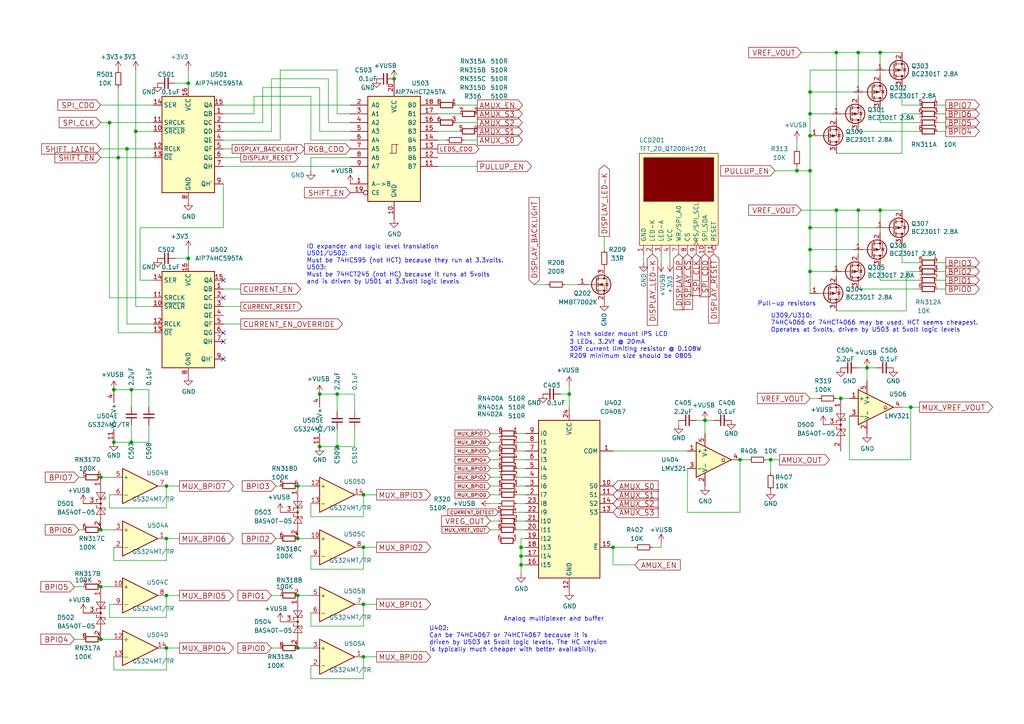
<source format=kicad_sch>
(kicad_sch (version 20231120) (generator "eeschema") (generator_version "8.0")
  (paper "A4")
  (lib_symbols
    (symbol "74xx:74AHCT595"
      (property "Reference" "U" (at -7.62 13.97 0))
      (property "Value" "74AHCT595" (at -7.62 -16.51 0))
      (symbol "74AHCT595_1_0"
        (pin tri_state line (at 10.16 7.62 180) (length 2.54) (name "QB") (number "1"))
        (pin input line (at -10.16 2.54 0) (length 2.54) (name "~{SRCLR}") (number "10"))
        (pin input line (at -10.16 5.08 0) (length 2.54) (name "SRCLK") (number "11"))
        (pin input line (at -10.16 -2.54 0) (length 2.54) (name "RCLK") (number "12"))
        (pin input line (at -10.16 -5.08 0) (length 2.54) (name "~{OE}") (number "13"))
        (pin input line (at -10.16 10.16 0) (length 2.54) (name "SER") (number "14"))
        (pin tri_state line (at 10.16 10.16 180) (length 2.54) (name "QA") (number "15"))
        (pin power_in line (at 0 15.24 270) (length 2.54) (name "VCC") (number "16"))
        (pin tri_state line (at 10.16 5.08 180) (length 2.54) (name "QC") (number "2"))
        (pin tri_state line (at 10.16 2.54 180) (length 2.54) (name "QD") (number "3"))
        (pin tri_state line (at 10.16 0 180) (length 2.54) (name "QE") (number "4"))
        (pin tri_state line (at 10.16 -2.54 180) (length 2.54) (name "QF") (number "5"))
        (pin tri_state line (at 10.16 -5.08 180) (length 2.54) (name "QG") (number "6"))
        (pin tri_state line (at 10.16 -7.62 180) (length 2.54) (name "QH") (number "7"))
        (pin power_in line (at 0 -17.78 90) (length 2.54) (name "GND") (number "8"))
        (pin output line (at 10.16 -12.7 180) (length 2.54) (name "QH'") (number "9"))
      )
    )
    (symbol "74xx:74HC245" (pin_names (offset 1.016))
      (property "Reference" "U" (at -7.62 16.51 0))
      (property "Value" "74HC245" (at -7.62 -16.51 0))
      (symbol "74HC245_1_0"
        (pin input line (at -12.7 -10.16 0) (length 5.08) (name "A->B") (number "1"))
        (pin power_in line (at 0 -20.32 90) (length 5.08) (name "GND") (number "10"))
        (pin tri_state line (at 12.7 -5.08 180) (length 5.08) (name "B7") (number "11"))
        (pin tri_state line (at 12.7 -2.54 180) (length 5.08) (name "B6") (number "12"))
        (pin tri_state line (at 12.7 0 180) (length 5.08) (name "B5") (number "13"))
        (pin tri_state line (at 12.7 2.54 180) (length 5.08) (name "B4") (number "14"))
        (pin tri_state line (at 12.7 5.08 180) (length 5.08) (name "B3") (number "15"))
        (pin tri_state line (at 12.7 7.62 180) (length 5.08) (name "B2") (number "16"))
        (pin tri_state line (at 12.7 10.16 180) (length 5.08) (name "B1") (number "17"))
        (pin tri_state line (at 12.7 12.7 180) (length 5.08) (name "B0") (number "18"))
        (pin input inverted (at -12.7 -12.7 0) (length 5.08) (name "CE") (number "19"))
        (pin tri_state line (at -12.7 12.7 0) (length 5.08) (name "A0") (number "2"))
        (pin power_in line (at 0 20.32 270) (length 5.08) (name "VCC") (number "20"))
        (pin tri_state line (at -12.7 10.16 0) (length 5.08) (name "A1") (number "3"))
        (pin tri_state line (at -12.7 7.62 0) (length 5.08) (name "A2") (number "4"))
        (pin tri_state line (at -12.7 5.08 0) (length 5.08) (name "A3") (number "5"))
        (pin tri_state line (at -12.7 2.54 0) (length 5.08) (name "A4") (number "6"))
        (pin tri_state line (at -12.7 0 0) (length 5.08) (name "A5") (number "7"))
        (pin tri_state line (at -12.7 -2.54 0) (length 5.08) (name "A6") (number "8"))
        (pin tri_state line (at -12.7 -5.08 0) (length 5.08) (name "A7") (number "9"))
      )
    )
    (symbol "74xx:CD74HC4067M"
      (property "Reference" "U" (at -8.89 22.86 0))
      (property "Value" "CD74HC4067M" (at 1.27 22.86 0))
      (symbol "CD74HC4067M_1_1"
        (pin passive line (at -12.7 12.7 0) (length 3.81) (name "COM") (number "1"))
        (pin input line (at -12.7 2.54 0) (length 3.81) (name "S0") (number "10"))
        (pin input line (at -12.7 0 0) (length 3.81) (name "S1") (number "11"))
        (pin power_in line (at 0 -27.94 90) (length 3.81) (name "GND") (number "12"))
        (pin input line (at -12.7 -5.08 0) (length 3.81) (name "S3") (number "13"))
        (pin input line (at -12.7 -2.54 0) (length 3.81) (name "S2") (number "14"))
        (pin input line (at -12.7 -15.24 0) (length 3.81) (name "~{E}") (number "15"))
        (pin passive line (at 12.7 -20.32 180) (length 3.81) (name "I15") (number "16"))
        (pin passive line (at 12.7 -17.78 180) (length 3.81) (name "I14") (number "17"))
        (pin passive line (at 12.7 -15.24 180) (length 3.81) (name "I13") (number "18"))
        (pin passive line (at 12.7 -12.7 180) (length 3.81) (name "I12") (number "19"))
        (pin passive line (at 12.7 0 180) (length 3.81) (name "I7") (number "2"))
        (pin passive line (at 12.7 -10.16 180) (length 3.81) (name "I11") (number "20"))
        (pin passive line (at 12.7 -7.62 180) (length 3.81) (name "I10") (number "21"))
        (pin passive line (at 12.7 -5.08 180) (length 3.81) (name "I9") (number "22"))
        (pin passive line (at 12.7 -2.54 180) (length 3.81) (name "I8") (number "23"))
        (pin power_in line (at 0 25.4 270) (length 3.81) (name "VCC") (number "24"))
        (pin passive line (at 12.7 2.54 180) (length 3.81) (name "I6") (number "3"))
        (pin passive line (at 12.7 5.08 180) (length 3.81) (name "I5") (number "4"))
        (pin passive line (at 12.7 7.62 180) (length 3.81) (name "I4") (number "5"))
        (pin passive line (at 12.7 10.16 180) (length 3.81) (name "I3") (number "6"))
        (pin passive line (at 12.7 12.7 180) (length 3.81) (name "I2") (number "7"))
        (pin passive line (at 12.7 15.24 180) (length 3.81) (name "I1") (number "8"))
        (pin passive line (at 12.7 17.78 180) (length 3.81) (name "I0") (number "9"))
      )
    )
    (symbol "Amplifier_Operational:LM324" (pin_names (offset 0.127))
      (property "Reference" "U" (at 0 5.08 0))
      (property "Value" "LM324" (at 0 -5.08 0))
      (symbol "LM324_1_1"
        (pin output line (at 7.62 0 180) (length 2.54) (name "~") (number "1"))
        (pin input line (at -7.62 -2.54 0) (length 2.54) (name "-") (number "2"))
        (pin input line (at -7.62 2.54 0) (length 2.54) (name "+") (number "3"))
      )
      (symbol "LM324_2_1"
        (pin input line (at -7.62 2.54 0) (length 2.54) (name "+") (number "5"))
        (pin input line (at -7.62 -2.54 0) (length 2.54) (name "-") (number "6"))
        (pin output line (at 7.62 0 180) (length 2.54) (name "~") (number "7"))
      )
      (symbol "LM324_3_1"
        (pin input line (at -7.62 2.54 0) (length 2.54) (name "+") (number "10"))
        (pin output line (at 7.62 0 180) (length 2.54) (name "~") (number "8"))
        (pin input line (at -7.62 -2.54 0) (length 2.54) (name "-") (number "9"))
      )
      (symbol "LM324_4_1"
        (pin input line (at -7.62 2.54 0) (length 2.54) (name "+") (number "12"))
        (pin input line (at -7.62 -2.54 0) (length 2.54) (name "-") (number "13"))
        (pin output line (at 7.62 0 180) (length 2.54) (name "~") (number "14"))
      )
      (symbol "LM324_5_1"
        (pin power_in line (at -2.54 -7.62 90) (length 3.81) (name "V-") (number "11"))
        (pin power_in line (at -2.54 7.62 270) (length 3.81) (name "V+") (number "4"))
      )
    )
    (symbol "Comparator:LMV331" (pin_names (offset 0.127))
      (property "Reference" "U" (at 1.27 5.08 0))
      (property "Value" "LMV331" (at 3.81 -5.08 0))
      (symbol "LMV331_1_1"
        (pin input line (at -7.62 2.54 0) (length 2.54) (name "+") (number "1"))
        (pin power_in line (at -2.54 -7.62 90) (length 3.81) (name "V-") (number "2"))
        (pin input line (at -7.62 -2.54 0) (length 2.54) (name "-") (number "3"))
        (pin open_collector line (at 7.62 0 180) (length 2.54) (name "~") (number "4"))
        (pin power_in line (at -2.54 7.62 270) (length 3.81) (name "V+") (number "5"))
      )
    )
    (symbol "Device:C_Small" (pin_numbers hide) (pin_names (offset 0.254) hide)
      (property "Reference" "C" (at 0.254 1.778 0))
      (property "Value" "C_Small" (at 0.254 -2.032 0))
      (symbol "C_Small_1_1"
        (pin passive line (at 0 2.54 270) (length 2.032) (name "~") (number "1"))
        (pin passive line (at 0 -2.54 90) (length 2.032) (name "~") (number "2"))
      )
    )
    (symbol "Device:R_Small" (pin_numbers hide) (pin_names (offset 0.254) hide)
      (property "Reference" "R" (at 0.762 0.508 0))
      (property "Value" "R_Small" (at 0.762 -1.016 0))
      (symbol "R_Small_1_1"
        (pin passive line (at 0 2.54 270) (length 0.762) (name "~") (number "1"))
        (pin passive line (at 0 -2.54 90) (length 0.762) (name "~") (number "2"))
      )
    )
    (symbol "Diode:BAT54C" (pin_names (offset 1.016))
      (property "Reference" "D" (at 0.635 -3.81 0))
      (property "Value" "BAT54C" (at -6.35 3.175 0))
      (symbol "BAT54C_1_1"
        (pin passive line (at -7.62 0 0) (length 3.81) (name "~") (number "1"))
        (pin passive line (at 7.62 0 180) (length 3.81) (name "~") (number "2"))
        (pin passive line (at 0 -5.08 90) (length 5.08) (name "~") (number "3"))
      )
    )
    (symbol "Transistor_FET:BSS138" (pin_names hide)
      (property "Reference" "Q" (at 5.08 1.905 0))
      (property "Value" "BSS138" (at 5.08 0 0))
      (symbol "BSS138_1_1"
        (pin input line (at -5.08 0 0) (length 2.54) (name "G") (number "1"))
        (pin passive line (at 2.54 -5.08 90) (length 2.54) (name "S") (number "2"))
        (pin passive line (at 2.54 5.08 270) (length 2.54) (name "D") (number "3"))
      )
    )
    (symbol "Transistor_FET:BSS84" (pin_names hide)
      (property "Reference" "Q" (at 5.08 1.905 0))
      (property "Value" "BSS84" (at 5.08 0 0))
      (symbol "BSS84_1_1"
        (pin input line (at -5.08 0 0) (length 2.54) (name "G") (number "1"))
        (pin passive line (at 2.54 -5.08 90) (length 2.54) (name "S") (number "2"))
        (pin passive line (at 2.54 5.08 270) (length 2.54) (name "D") (number "3"))
      )
    )
    (symbol "dp-lcd:TFT_20_QT200H1201" (pin_names (offset 1.016))
      (property "Reference" "LCD" (at 0 11.43 0))
      (property "Value" "TFT_20_QT200H1201" (at 0 8.89 0))
      (symbol "TFT_20_QT200H1201_0_0"
        (pin power_in line (at -13.97 -2.54 0) (length 2.54) hide (name "GND") (number "12"))
        (pin power_in line (at -13.97 2.54 0) (length 2.54) hide (name "GND") (number "5"))
        (pin power_in line (at -13.97 0 0) (length 2.54) hide (name "GND") (number "6"))
      )
      (symbol "TFT_20_QT200H1201_1_1"
        (pin power_in line (at -10.16 -21.59 90) (length 2.54) (name "GND") (number "1"))
        (pin bidirectional line (at 7.62 -21.59 90) (length 2.54) (name "SPI_SDA") (number "10"))
        (pin input inverted (at 10.16 -21.59 90) (length 2.54) (name "RESET") (number "11"))
        (pin bidirectional line (at -7.62 -21.59 90) (length 2.54) (name "LED-K") (number "2"))
        (pin bidirectional line (at -5.08 -21.59 90) (length 2.54) (name "LED-A") (number "3"))
        (pin power_in line (at -2.54 -21.59 90) (length 2.54) (name "VCC") (number "4"))
        (pin input line (at 0 -21.59 90) (length 2.54) (name "WR/SPI_A0") (number "7"))
        (pin input line (at 2.54 -21.59 90) (length 2.54) (name "CS") (number "8"))
        (pin input clock (at 5.08 -21.59 90) (length 2.54) (name "RS/SPI_SCL") (number "9"))
      )
    )
    (symbol "dp-power:+VUSB" (power) (pin_names (offset 1.016))
      (property "Value" "+VUSB" (at 0 5.08 0))
      (symbol "+VUSB_1_1"
        (pin power_in line (at 0 0 90) (length 0) hide (name "+VUSB") (number "1"))
      )
    )
    (symbol "dp-rarray:R_Array" (pin_names (offset 0) hide)
      (property "Reference" "RN" (at 2.286 0.762 0))
      (property "Value" "R_Array" (at 4.572 -0.762 0))
      (symbol "R_Array_1_1"
        (pin passive line (at 0 2.54 270) (length 0.762) (name "R1.1") (number "1"))
        (pin passive line (at 0 -2.54 90) (length 0.762) (name "R1.8") (number "8"))
      )
      (symbol "R_Array_2_1"
        (pin passive line (at 0 2.54 270) (length 0.762) (name "R1.1") (number "2"))
        (pin passive line (at 0 -2.54 90) (length 0.762) (name "R1.8") (number "7"))
      )
      (symbol "R_Array_3_1"
        (pin passive line (at 0 2.54 270) (length 0.762) (name "R1.1") (number "3"))
        (pin passive line (at 0 -2.54 90) (length 0.762) (name "R1.8") (number "6"))
      )
      (symbol "R_Array_4_1"
        (pin passive line (at 0 2.54 270) (length 0.762) (name "R1.1") (number "4"))
        (pin passive line (at 0 -2.54 90) (length 0.762) (name "R1.8") (number "5"))
      )
    )
    (symbol "power:+3V3" (power) (pin_names (offset 0))
      (property "Value" "+3V3" (at 0 3.556 0))
      (symbol "+3V3_1_1"
        (pin power_in line (at 0 0 90) (length 0) hide (name "+3V3") (number "1"))
      )
    )
    (symbol "power:GND" (power) (pin_names (offset 0))
      (property "Value" "GND" (at 0 -3.81 0))
      (symbol "GND_1_1"
        (pin power_in line (at 0 0 270) (length 0) hide (name "GND") (number "1"))
      )
    )
  )
  (junction (at 151.13 161.29))
  (junction (at 92.71 114.3))
  (junction (at 29.21 170.18))
  (junction (at 105.41 190.5))
  (junction (at 234.95 33.02))
  (junction (at 248.92 15.24))
  (junction (at 248.92 60.96))
  (junction (at 38.1 113.03))
  (junction (at 86.36 140.97))
  (junction (at 243.84 115.57))
  (junction (at 33.02 128.27))
  (junction (at 223.52 133.35))
  (junction (at 105.41 175.26))
  (junction (at 48.26 140.97))
  (junction (at 251.46 106.68))
  (junction (at 234.95 72.39))
  (junction (at 177.8 158.75))
  (junction (at 29.21 153.67))
  (junction (at 214.63 133.35))
  (junction (at 86.36 156.21))
  (junction (at 255.27 15.24))
  (junction (at 234.95 66.04))
  (junction (at 97.79 114.3))
  (junction (at 86.36 172.72))
  (junction (at 29.21 138.43))
  (junction (at 48.26 187.96))
  (junction (at 31.75 35.56))
  (junction (at 151.13 158.75))
  (junction (at 38.1 128.27))
  (junction (at 34.29 45.72))
  (junction (at 242.57 60.96))
  (junction (at 97.79 129.54))
  (junction (at 48.26 172.72))
  (junction (at 255.27 60.96))
  (junction (at 234.95 49.53))
  (junction (at 204.47 121.92))
  (junction (at 165.1 114.3))
  (junction (at 234.95 78.74))
  (junction (at 231.14 49.53))
  (junction (at 151.13 163.83))
  (junction (at 105.41 143.51))
  (junction (at 234.95 39.37))
  (junction (at 29.21 185.42))
  (junction (at 39.37 38.1))
  (junction (at 54.61 24.13))
  (junction (at 92.71 129.54))
  (junction (at 234.95 26.67))
  (junction (at 48.26 156.21))
  (junction (at 114.3 22.86))
  (junction (at 264.16 118.11))
  (junction (at 86.36 187.96))
  (junction (at 33.02 113.03))
  (junction (at 54.61 74.93))
  (junction (at 242.57 15.24))
  (junction (at 105.41 158.75))
  (junction (at 36.83 43.18))
  (no_connect (at 64.77 104.14))
  (no_connect (at 64.77 96.52))
  (no_connect (at 64.77 81.28))
  (no_connect (at 64.77 86.36))
  (no_connect (at 64.77 99.06))
  (wire (pts (xy 246.38 133.35) (xy 246.38 120.65)))
  (wire (pts (xy 97.79 119.38) (xy 97.79 114.3)))
  (wire (pts (xy 40.64 66.04) (xy 40.64 81.28)))
  (wire (pts (xy 255.27 77.47) (xy 255.27 81.28)))
  (wire (pts (xy 234.95 115.57) (xy 237.49 115.57)))
  (wire (pts (xy 34.29 96.52) (xy 34.29 45.72)))
  (wire (pts (xy 39.37 20.32) (xy 39.37 38.1)))
  (wire (pts (xy 255.27 35.56) (xy 255.27 31.75)))
  (wire (pts (xy 90.17 181.61) (xy 105.41 181.61)))
  (wire (pts (xy 241.3 78.74) (xy 234.95 78.74)))
  (wire (pts (xy 29.21 138.43) (xy 33.02 138.43)))
  (wire (pts (xy 254 20.32) (xy 234.95 20.32)))
  (wire (pts (xy 44.45 93.98) (xy 36.83 93.98)))
  (wire (pts (xy 48.26 140.97) (xy 52.07 140.97)))
  (wire (pts (xy 44.45 30.48) (xy 29.21 30.48)))
  (wire (pts (xy 261.62 25.4) (xy 261.62 30.48)))
  (wire (pts (xy 64.77 48.26) (xy 101.6 48.26)))
  (wire (pts (xy 271.78 33.02) (xy 274.32 33.02)))
  (wire (pts (xy 64.77 33.02) (xy 73.66 33.02)))
  (wire (pts (xy 243.84 115.57) (xy 246.38 115.57)))
  (wire (pts (xy 149.86 143.51) (xy 152.4 143.51)))
  (wire (pts (xy 222.25 133.35) (xy 223.52 133.35)))
  (wire (pts (xy 21.59 185.42) (xy 24.13 185.42)))
  (wire (pts (xy 36.83 43.18) (xy 44.45 43.18)))
  (wire (pts (xy 127 40.64) (xy 129.54 40.64)))
  (wire (pts (xy 158.75 82.55) (xy 154.94 82.55)))
  (wire (pts (xy 44.45 96.52) (xy 34.29 96.52)))
  (wire (pts (xy 138.43 35.56) (xy 132.08 35.56)))
  (wire (pts (xy 261.62 44.45) (xy 242.57 44.45)))
  (wire (pts (xy 105.41 165.1) (xy 105.41 158.75)))
  (wire (pts (xy 90.17 146.05) (xy 90.17 149.86)))
  (wire (pts (xy 186.69 73.66) (xy 186.69 76.2)))
  (wire (pts (xy 132.08 30.48) (xy 138.43 30.48)))
  (wire (pts (xy 231.14 40.64) (xy 231.14 43.18)))
  (wire (pts (xy 248.92 106.68) (xy 251.46 106.68)))
  (wire (pts (xy 21.59 170.18) (xy 24.13 170.18)))
  (wire (pts (xy 86.36 172.72) (xy 90.17 172.72)))
  (wire (pts (xy 223.52 137.16) (xy 223.52 133.35)))
  (wire (pts (xy 152.4 161.29) (xy 151.13 161.29)))
  (wire (pts (xy 247.65 26.67) (xy 234.95 26.67)))
  (wire (pts (xy 248.92 60.96) (xy 242.57 60.96)))
  (wire (pts (xy 80.01 140.97) (xy 81.28 140.97)))
  (wire (pts (xy 152.4 148.59) (xy 149.606 148.59)))
  (wire (pts (xy 248.92 27.94) (xy 248.92 15.24)))
  (wire (pts (xy 105.41 158.75) (xy 109.22 158.75)))
  (wire (pts (xy 48.26 179.07) (xy 48.26 172.72)))
  (wire (pts (xy 184.15 163.83) (xy 177.8 163.83)))
  (wire (pts (xy 95.25 22.86) (xy 95.25 35.56)))
  (wire (pts (xy 64.77 40.64) (xy 81.28 40.64)))
  (wire (pts (xy 133.35 38.1) (xy 127 38.1)))
  (wire (pts (xy 54.61 20.32) (xy 54.61 24.13)))
  (wire (pts (xy 204.47 121.92) (xy 204.47 125.73)))
  (wire (pts (xy 78.74 22.86) (xy 95.25 22.86)))
  (wire (pts (xy 54.61 24.13) (xy 54.61 25.4)))
  (wire (pts (xy 73.66 33.02) (xy 73.66 27.94)))
  (wire (pts (xy 151.13 161.29) (xy 151.13 163.83)))
  (wire (pts (xy 242.57 60.96) (xy 242.57 80.01)))
  (wire (pts (xy 33.02 158.75) (xy 33.02 162.56)))
  (wire (pts (xy 264.16 118.11) (xy 264.16 133.35)))
  (wire (pts (xy 255.27 21.59) (xy 255.27 15.24)))
  (wire (pts (xy 224.79 49.53) (xy 231.14 49.53)))
  (wire (pts (xy 144.78 125.73) (xy 142.24 125.73)))
  (wire (pts (xy 127 33.02) (xy 133.35 33.02)))
  (wire (pts (xy 142.24 128.27) (xy 144.78 128.27)))
  (wire (pts (xy 22.86 153.67) (xy 24.13 153.67)))
  (wire (pts (xy 102.87 119.38) (xy 102.87 114.3)))
  (wire (pts (xy 234.95 33.02) (xy 234.95 39.37)))
  (wire (pts (xy 38.1 118.11) (xy 38.1 113.03)))
  (wire (pts (xy 90.17 27.94) (xy 90.17 40.64)))
  (wire (pts (xy 266.7 118.11) (xy 264.16 118.11)))
  (wire (pts (xy 31.75 35.56) (xy 29.21 35.56)))
  (wire (pts (xy 152.4 135.89) (xy 149.86 135.89)))
  (wire (pts (xy 44.45 86.36) (xy 31.75 86.36)))
  (wire (pts (xy 31.75 86.36) (xy 31.75 35.56)))
  (wire (pts (xy 102.87 129.54) (xy 97.79 129.54)))
  (wire (pts (xy 81.28 40.64) (xy 81.28 20.32)))
  (wire (pts (xy 64.77 38.1) (xy 78.74 38.1)))
  (wire (pts (xy 90.17 149.86) (xy 105.41 149.86)))
  (wire (pts (xy 152.4 156.21) (xy 151.13 156.21)))
  (wire (pts (xy 152.4 140.97) (xy 149.86 140.97)))
  (wire (pts (xy 50.8 74.93) (xy 54.61 74.93)))
  (wire (pts (xy 261.62 71.12) (xy 261.62 76.2)))
  (wire (pts (xy 31.75 143.51) (xy 31.75 147.32)))
  (wire (pts (xy 92.71 25.4) (xy 92.71 38.1)))
  (wire (pts (xy 152.4 163.83) (xy 151.13 163.83)))
  (wire (pts (xy 261.62 76.2) (xy 266.7 76.2)))
  (wire (pts (xy 86.36 187.96) (xy 90.17 187.96)))
  (wire (pts (xy 36.83 43.18) (xy 29.21 43.18)))
  (wire (pts (xy 149.86 138.43) (xy 152.4 138.43)))
  (wire (pts (xy 127 48.26) (xy 138.43 48.26)))
  (wire (pts (xy 78.74 38.1) (xy 78.74 22.86)))
  (wire (pts (xy 90.17 177.8) (xy 90.17 181.61)))
  (wire (pts (xy 90.17 161.29) (xy 90.17 165.1)))
  (wire (pts (xy 194.31 73.66) (xy 194.31 76.2)))
  (wire (pts (xy 274.32 81.28) (xy 271.78 81.28)))
  (wire (pts (xy 38.1 113.03) (xy 33.02 113.03)))
  (wire (pts (xy 43.18 113.03) (xy 38.1 113.03)))
  (wire (pts (xy 184.15 158.75) (xy 177.8 158.75)))
  (wire (pts (xy 97.79 114.3) (xy 92.71 114.3)))
  (wire (pts (xy 31.75 179.07) (xy 48.26 179.07)))
  (wire (pts (xy 78.74 187.96) (xy 81.28 187.96)))
  (wire (pts (xy 254 106.68) (xy 251.46 106.68)))
  (wire (pts (xy 81.28 20.32) (xy 97.79 20.32)))
  (wire (pts (xy 105.41 175.26) (xy 109.22 175.26)))
  (wire (pts (xy 48.26 162.56) (xy 48.26 156.21)))
  (wire (pts (xy 105.41 190.5) (xy 109.22 190.5)))
  (wire (pts (xy 142.24 151.13) (xy 144.78 151.13)))
  (wire (pts (xy 67.31 43.18) (xy 64.77 43.18)))
  (wire (pts (xy 69.85 88.9) (xy 64.77 88.9)))
  (wire (pts (xy 78.74 172.72) (xy 81.28 172.72)))
  (wire (pts (xy 105.41 149.86) (xy 105.41 143.51)))
  (wire (pts (xy 191.77 158.75) (xy 189.23 158.75)))
  (wire (pts (xy 234.95 78.74) (xy 234.95 85.09)))
  (wire (pts (xy 33.02 194.31) (xy 48.26 194.31)))
  (wire (pts (xy 196.85 121.92) (xy 196.85 123.19)))
  (wire (pts (xy 255.27 67.31) (xy 255.27 60.96)))
  (wire (pts (xy 231.14 49.53) (xy 231.14 48.26)))
  (wire (pts (xy 165.1 111.76) (xy 165.1 114.3)))
  (wire (pts (xy 234.95 49.53) (xy 234.95 39.37)))
  (wire (pts (xy 90.17 45.72) (xy 90.17 49.53)))
  (wire (pts (xy 151.13 158.75) (xy 152.4 158.75)))
  (wire (pts (xy 217.17 133.35) (xy 214.63 133.35)))
  (wire (pts (xy 105.41 143.51) (xy 109.22 143.51)))
  (wire (pts (xy 255.27 15.24) (xy 248.92 15.24)))
  (wire (pts (xy 142.24 130.81) (xy 144.78 130.81)))
  (wire (pts (xy 271.78 38.1) (xy 274.32 38.1)))
  (wire (pts (xy 199.39 135.89) (xy 199.39 148.59)))
  (wire (pts (xy 254 66.04) (xy 234.95 66.04)))
  (wire (pts (xy 39.37 88.9) (xy 39.37 38.1)))
  (wire (pts (xy 255.27 81.28) (xy 266.7 81.28)))
  (wire (pts (xy 97.79 20.32) (xy 97.79 33.02)))
  (wire (pts (xy 151.13 158.75) (xy 151.13 161.29)))
  (wire (pts (xy 29.21 45.72) (xy 34.29 45.72)))
  (wire (pts (xy 149.733 153.67) (xy 152.4 153.67)))
  (wire (pts (xy 38.1 123.19) (xy 38.1 128.27)))
  (wire (pts (xy 31.75 175.26) (xy 31.75 179.07)))
  (wire (pts (xy 134.62 40.64) (xy 138.43 40.64)))
  (wire (pts (xy 261.62 15.24) (xy 255.27 15.24)))
  (wire (pts (xy 248.92 15.24) (xy 242.57 15.24)))
  (wire (pts (xy 48.26 156.21) (xy 52.07 156.21)))
  (wire (pts (xy 69.85 83.82) (xy 64.77 83.82)))
  (wire (pts (xy 29.21 185.42) (xy 33.02 185.42)))
  (wire (pts (xy 264.16 118.11) (xy 261.62 118.11)))
  (wire (pts (xy 214.63 148.59) (xy 214.63 133.35)))
  (wire (pts (xy 90.17 40.64) (xy 101.6 40.64)))
  (wire (pts (xy 242.57 15.24) (xy 242.57 34.29)))
  (wire (pts (xy 151.13 156.21) (xy 151.13 158.75)))
  (wire (pts (xy 44.45 38.1) (xy 39.37 38.1)))
  (wire (pts (xy 234.95 72.39) (xy 234.95 78.74)))
  (wire (pts (xy 251.46 106.68) (xy 251.46 110.49)))
  (wire (pts (xy 44.45 35.56) (xy 31.75 35.56)))
  (wire (pts (xy 31.75 175.26) (xy 33.02 175.26)))
  (wire (pts (xy 36.83 93.98) (xy 36.83 43.18)))
  (wire (pts (xy 29.21 153.67) (xy 33.02 153.67)))
  (wire (pts (xy 29.21 170.18) (xy 33.02 170.18)))
  (wire (pts (xy 191.77 157.48) (xy 191.77 158.75)))
  (wire (pts (xy 48.26 172.72) (xy 52.07 172.72)))
  (wire (pts (xy 234.95 26.67) (xy 234.95 33.02)))
  (wire (pts (xy 48.26 194.31) (xy 48.26 187.96)))
  (wire (pts (xy 33.02 190.5) (xy 33.02 194.31)))
  (wire (pts (xy 90.17 193.04) (xy 90.17 196.85)))
  (wire (pts (xy 54.61 72.39) (xy 54.61 74.93)))
  (wire (pts (xy 271.78 83.82) (xy 274.32 83.82)))
  (wire (pts (xy 177.8 163.83) (xy 177.8 158.75)))
  (wire (pts (xy 255.27 60.96) (xy 248.92 60.96)))
  (wire (pts (xy 95.25 35.56) (xy 101.6 35.56)))
  (wire (pts (xy 144.653 153.67) (xy 142.113 153.67)))
  (wire (pts (xy 31.75 147.32) (xy 48.26 147.32)))
  (wire (pts (xy 34.29 25.4) (xy 34.29 45.72)))
  (wire (pts (xy 90.17 196.85) (xy 105.41 196.85)))
  (wire (pts (xy 232.41 60.96) (xy 242.57 60.96)))
  (wire (pts (xy 64.77 30.48) (xy 101.6 30.48)))
  (wire (pts (xy 149.86 151.13) (xy 152.4 151.13)))
  (wire (pts (xy 149.86 125.73) (xy 152.4 125.73)))
  (wire (pts (xy 231.14 49.53) (xy 234.95 49.53)))
  (wire (pts (xy 97.79 33.02) (xy 101.6 33.02)))
  (wire (pts (xy 105.41 181.61) (xy 105.41 175.26)))
  (wire (pts (xy 261.62 33.02) (xy 261.62 44.45)))
  (wire (pts (xy 247.65 72.39) (xy 234.95 72.39)))
  (wire (pts (xy 163.83 82.55) (xy 167.64 82.55)))
  (wire (pts (xy 76.2 35.56) (xy 76.2 25.4)))
  (wire (pts (xy 144.78 133.35) (xy 142.24 133.35)))
  (wire (pts (xy 80.01 156.21) (xy 81.28 156.21)))
  (wire (pts (xy 105.41 196.85) (xy 105.41 190.5)))
  (wire (pts (xy 234.95 20.32) (xy 234.95 26.67)))
  (wire (pts (xy 264.16 133.35) (xy 246.38 133.35)))
  (wire (pts (xy 73.66 27.94) (xy 90.17 27.94)))
  (wire (pts (xy 97.79 129.54) (xy 92.71 129.54)))
  (wire (pts (xy 92.71 38.1) (xy 101.6 38.1)))
  (wire (pts (xy 271.78 35.56) (xy 274.32 35.56)))
  (wire (pts (xy 223.52 133.35) (xy 226.06 133.35)))
  (wire (pts (xy 33.02 162.56) (xy 48.26 162.56)))
  (wire (pts (xy 234.95 49.53) (xy 234.95 66.04)))
  (wire (pts (xy 248.92 73.66) (xy 248.92 60.96)))
  (wire (pts (xy 262.89 78.74) (xy 266.7 78.74)))
  (wire (pts (xy 152.4 128.27) (xy 149.86 128.27)))
  (wire (pts (xy 54.61 74.93) (xy 54.61 76.2)))
  (wire (pts (xy 271.78 78.74) (xy 274.32 78.74)))
  (wire (pts (xy 44.45 88.9) (xy 39.37 88.9)))
  (wire (pts (xy 242.57 15.24) (xy 232.41 15.24)))
  (wire (pts (xy 201.93 121.92) (xy 204.47 121.92)))
  (wire (pts (xy 102.87 124.46) (xy 102.87 129.54)))
  (wire (pts (xy 248.92 38.1) (xy 266.7 38.1)))
  (wire (pts (xy 261.62 33.02) (xy 266.7 33.02)))
  (wire (pts (xy 162.56 114.3) (xy 165.1 114.3)))
  (wire (pts (xy 262.89 78.74) (xy 262.89 90.17)))
  (wire (pts (xy 142.24 143.51) (xy 144.78 143.51)))
  (wire (pts (xy 38.1 128.27) (xy 33.02 128.27)))
  (wire (pts (xy 86.36 156.21) (xy 90.17 156.21)))
  (wire (pts (xy 48.26 187.96) (xy 52.07 187.96)))
  (wire (pts (xy 101.6 45.72) (xy 90.17 45.72)))
  (wire (pts (xy 248.92 83.82) (xy 266.7 83.82)))
  (wire (pts (xy 144.78 146.05) (xy 142.24 146.05)))
  (wire (pts (xy 149.86 146.05) (xy 152.4 146.05)))
  (wire (pts (xy 165.1 118.11) (xy 165.1 114.3)))
  (wire (pts (xy 207.01 121.92) (xy 204.47 121.92)))
  (wire (pts (xy 40.64 81.28) (xy 44.45 81.28)))
  (wire (pts (xy 262.89 90.17) (xy 242.57 90.17)))
  (wire (pts (xy 261.62 30.48) (xy 266.7 30.48)))
  (wire (pts (xy 76.2 25.4) (xy 92.71 25.4)))
  (wire (pts (xy 50.8 24.13) (xy 54.61 24.13)))
  (wire (pts (xy 274.32 76.2) (xy 271.78 76.2)))
  (wire (pts (xy 142.24 138.43) (xy 144.78 138.43)))
  (wire (pts (xy 86.36 140.97) (xy 90.17 140.97)))
  (wire (pts (xy 271.78 30.48) (xy 274.32 30.48)))
  (wire (pts (xy 177.8 130.81) (xy 199.39 130.81)))
  (wire (pts (xy 102.87 114.3) (xy 97.79 114.3)))
  (wire (pts (xy 90.17 165.1) (xy 105.41 165.1)))
  (wire (pts (xy 144.78 140.97) (xy 142.24 140.97)))
  (wire (pts (xy 64.77 35.56) (xy 76.2 35.56)))
  (wire (pts (xy 175.26 68.58) (xy 175.26 72.39)))
  (wire (pts (xy 199.39 148.59) (xy 214.63 148.59)))
  (wire (pts (xy 191.77 73.66) (xy 191.77 76.2)))
  (wire (pts (xy 97.79 124.46) (xy 97.79 129.54)))
  (wire (pts (xy 234.95 66.04) (xy 234.95 72.39)))
  (wire (pts (xy 261.62 60.96) (xy 255.27 60.96)))
  (wire (pts (xy 241.3 33.02) (xy 234.95 33.02)))
  (wire (pts (xy 64.77 53.34) (xy 64.77 66.04)))
  (wire (pts (xy 43.18 123.19) (xy 43.18 128.27)))
  (wire (pts (xy 69.85 93.98) (xy 64.77 93.98)))
  (wire (pts (xy 242.57 115.57) (xy 243.84 115.57)))
  (wire (pts (xy 22.86 138.43) (xy 24.13 138.43)))
  (wire (pts (xy 48.26 147.32) (xy 48.26 140.97)))
  (wire (pts (xy 43.18 118.11) (xy 43.18 113.03)))
  (wire (pts (xy 64.77 66.04) (xy 40.64 66.04)))
  (wire (pts (xy 149.86 130.81) (xy 152.4 130.81)))
  (wire (pts (xy 255.27 35.56) (xy 266.7 35.56)))
  (wire (pts (xy 144.78 135.89) (xy 142.24 135.89)))
  (wire (pts (xy 152.4 133.35) (xy 149.86 133.35)))
  (wire (pts (xy 43.18 128.27) (xy 38.1 128.27)))
  (wire (pts (xy 64.77 45.72) (xy 69.85 45.72)))
  (wire (pts (xy 44.45 45.72) (xy 34.29 45.72)))
  (wire (pts (xy 31.75 143.51) (xy 33.02 143.51)))
  (wire (pts (xy 151.13 163.83) (xy 151.13 166.37)))
  (text "IO expander and logic level translation" (at 88.9 72.39 0) (effects (font (size 1.27 1.27)) (justify left bottom)))
  (text "Analog multiplexer and buffer" (at 146.05 180.34 0) (effects (font (size 1.27 1.27)) (justify left bottom)))
  (text "U402:\nCan be 74HC4067 or 74HCT4067 because it is \ndriven by U503 at 5volt logic levels. The HC version \nis typically much cheaper with better availability." (at 124.46 189.23 0) (effects (font (size 1.27 1.27)) (justify left bottom)))
  (text "3 LEDs, 3.2Vf @ 20mA\n30R current limiting resistor @ 0.108W\nR209 minimum size should be 0805" (at 165.1 104.14 0) (effects (font (size 1.27 1.27)) (justify left bottom)))
  (text "2 inch solder mount IPS LCD" (at 165.1 97.79 0) (effects (font (size 1.27 1.27)) (justify left bottom)))
  (text "U501/U502:\nMust be 74HC595 (not HCT) because they run at 3.3volts.\nU503:\nMust be 74HCT245 (not HC) because it runs at 5volts\nand is driven by U501 at 3.3volt logic levels" (at 88.9 82.55 0) (effects (font (size 1.27 1.27)) (justify left bottom)))
  (text "U309/U310:\n74HC4066 or 74HCT4066 may be used. HCT seems cheapest.\nOperates at 5volts, driven by U503 at 5volt logic levels" (at 223.52 96.52 0) (effects (font (size 1.27 1.27)) (justify left bottom)))
  (text "Pull-up resistors" (at 219.71 88.9 0) (effects (font (size 1.27 1.27)) (justify left bottom)))
  (global_label "MUX_VREF_VOUT" (shape input) (at 142.113 153.67 180) (effects (font (size 1 1))) (property "Intersheetrefs" "${INTERSHEET_REFS}" (effects (hide yes))))
  (global_label "AMUX_S3" (shape input) (at 177.8 148.59 0) (effects (font (size 1.524 1.524))) (property "Intersheetrefs" "${INTERSHEET_REFS}" (effects (hide yes))))
  (global_label "AMUX_S3" (shape output) (at 138.43 33.02 0) (effects (font (size 1.524 1.524))) (property "Intersheetrefs" "${INTERSHEET_REFS}" (effects (hide yes))))
  (global_label "AMUX_S2" (shape input) (at 177.8 146.05 0) (effects (font (size 1.524 1.524))) (property "Intersheetrefs" "${INTERSHEET_REFS}" (effects (hide yes))))
  (global_label "CURRENT_EN_OVERRIDE" (shape output) (at 69.85 93.98 0) (effects (font (size 1.524 1.524))) (property "Intersheetrefs" "${INTERSHEET_REFS}" (effects (hide yes))))
  (global_label "DISPLAY_LED-K" (shape output) (at 175.26 68.58 90) (effects (font (size 1.524 1.524))) (property "Intersheetrefs" "${INTERSHEET_REFS}" (effects (hide yes))))
  (global_label "MUX_BPIO5" (shape input) (at 142.24 130.81 180) (effects (font (size 1 1))) (property "Intersheetrefs" "${INTERSHEET_REFS}" (effects (hide yes))))
  (global_label "BPIO0" (shape input) (at 78.74 187.96 180) (effects (font (size 1.524 1.524))) (property "Intersheetrefs" "${INTERSHEET_REFS}" (effects (hide yes))))
  (global_label "DISPLAY_BACKLIGHT" (shape output) (at 67.31 43.18 0) (property "Intersheetrefs" "${INTERSHEET_REFS}" (effects (hide yes))))
  (global_label "BPIO1" (shape input) (at 78.74 172.72 180) (effects (font (size 1.524 1.524))) (property "Intersheetrefs" "${INTERSHEET_REFS}" (effects (hide yes))))
  (global_label "SPI_CLK" (shape input) (at 29.21 35.56 180) (effects (font (size 1.524 1.524))) (property "Intersheetrefs" "${INTERSHEET_REFS}" (effects (hide yes))))
  (global_label "MUX_VREF_VOUT" (shape output) (at 266.7 118.11 0) (effects (font (size 1.524 1.524))) (property "Intersheetrefs" "${INTERSHEET_REFS}" (effects (hide yes))))
  (global_label "SHIFT_EN" (shape input) (at 29.21 45.72 180) (effects (font (size 1.524 1.524))) (property "Intersheetrefs" "${INTERSHEET_REFS}" (effects (hide yes))))
  (global_label "MUX_BPIO4" (shape input) (at 142.24 133.35 180) (effects (font (size 1 1))) (property "Intersheetrefs" "${INTERSHEET_REFS}" (effects (hide yes))))
  (global_label "LEDS_CDO" (shape output) (at 127 43.18 0) (property "Intersheetrefs" "${INTERSHEET_REFS}" (effects (hide yes))))
  (global_label "BPIO0" (shape output) (at 274.32 83.82 0) (effects (font (size 1.524 1.524))) (property "Intersheetrefs" "${INTERSHEET_REFS}" (effects (hide yes))))
  (global_label "VREF_VOUT" (shape input) (at 232.41 60.96 180) (effects (font (size 1.524 1.524))) (property "Intersheetrefs" "${INTERSHEET_REFS}" (effects (hide yes))))
  (global_label "BPIO4" (shape output) (at 274.32 38.1 0) (effects (font (size 1.524 1.524))) (property "Intersheetrefs" "${INTERSHEET_REFS}" (effects (hide yes))))
  (global_label "MUX_BPIO4" (shape output) (at 52.07 187.96 0) (effects (font (size 1.524 1.524))) (property "Intersheetrefs" "${INTERSHEET_REFS}" (effects (hide yes))))
  (global_label "MUX_BPIO3" (shape output) (at 109.22 143.51 0) (effects (font (size 1.524 1.524))) (property "Intersheetrefs" "${INTERSHEET_REFS}" (effects (hide yes))))
  (global_label "VREG_OUT" (shape input) (at 142.24 151.13 180) (effects (font (size 1.524 1.524))) (property "Intersheetrefs" "${INTERSHEET_REFS}" (effects (hide yes))))
  (global_label "MUX_BPIO2" (shape output) (at 109.22 158.75 0) (effects (font (size 1.524 1.524))) (property "Intersheetrefs" "${INTERSHEET_REFS}" (effects (hide yes))))
  (global_label "MUX_BPIO2" (shape input) (at 142.24 138.43 180) (effects (font (size 1 1))) (property "Intersheetrefs" "${INTERSHEET_REFS}" (effects (hide yes))))
  (global_label "VREF_VOUT" (shape input) (at 232.41 15.24 180) (effects (font (size 1.524 1.524))) (property "Intersheetrefs" "${INTERSHEET_REFS}" (effects (hide yes))))
  (global_label "BPIO2" (shape input) (at 80.01 156.21 180) (effects (font (size 1.524 1.524))) (property "Intersheetrefs" "${INTERSHEET_REFS}" (effects (hide yes))))
  (global_label "MUX_BPIO6" (shape output) (at 52.07 156.21 0) (effects (font (size 1.524 1.524))) (property "Intersheetrefs" "${INTERSHEET_REFS}" (effects (hide yes))))
  (global_label "PULLUP_EN" (shape output) (at 138.43 48.26 0) (effects (font (size 1.524 1.524))) (property "Intersheetrefs" "${INTERSHEET_REFS}" (effects (hide yes))))
  (global_label "SPI_CDO" (shape input) (at 29.21 30.48 180) (effects (font (size 1.524 1.524))) (property "Intersheetrefs" "${INTERSHEET_REFS}" (effects (hide yes))))
  (global_label "DISPLAY_BACKLIGHT" (shape input) (at 154.94 82.55 90) (effects (font (size 1.524 1.524))) (property "Intersheetrefs" "${INTERSHEET_REFS}" (effects (hide yes))))
  (global_label "CURRENT_EN" (shape output) (at 69.85 83.82 0) (effects (font (size 1.524 1.524))) (property "Intersheetrefs" "${INTERSHEET_REFS}" (effects (hide yes))))
  (global_label "BPIO5" (shape output) (at 274.32 35.56 0) (effects (font (size 1.524 1.524))) (property "Intersheetrefs" "${INTERSHEET_REFS}" (effects (hide yes))))
  (global_label "SHIFT_EN" (shape input) (at 101.6 55.88 180) (effects (font (size 1.524 1.524))) (property "Intersheetrefs" "${INTERSHEET_REFS}" (effects (hide yes))))
  (global_label "AMUX_EN" (shape input) (at 184.15 163.83 0) (effects (font (size 1.524 1.524))) (property "Intersheetrefs" "${INTERSHEET_REFS}" (effects (hide yes))))
  (global_label "BPIO3" (shape input) (at 80.01 140.97 180) (effects (font (size 1.524 1.524))) (property "Intersheetrefs" "${INTERSHEET_REFS}" (effects (hide yes))))
  (global_label "SPI_CDO" (shape input) (at 204.47 73.66 270) (effects (font (size 1.524 1.524))) (property "Intersheetrefs" "${INTERSHEET_REFS}" (effects (hide yes))))
  (global_label "MUX_BPIO3" (shape input) (at 142.24 135.89 180) (effects (font (size 1 1))) (property "Intersheetrefs" "${INTERSHEET_REFS}" (effects (hide yes))))
  (global_label "MUX_BPIO7" (shape output) (at 52.07 140.97 0) (effects (font (size 1.524 1.524))) (property "Intersheetrefs" "${INTERSHEET_REFS}" (effects (hide yes))))
  (global_label "SHIFT_LATCH" (shape input) (at 29.21 43.18 180) (effects (font (size 1.524 1.524))) (property "Intersheetrefs" "${INTERSHEET_REFS}" (effects (hide yes))))
  (global_label "BPIO6" (shape input) (at 22.86 153.67 180) (effects (font (size 1.524 1.524))) (property "Intersheetrefs" "${INTERSHEET_REFS}" (effects (hide yes))))
  (global_label "PULLUP_EN" (shape input) (at 224.79 49.53 180) (effects (font (size 1.524 1.524))) (property "Intersheetrefs" "${INTERSHEET_REFS}" (effects (hide yes))))
  (global_label "CURRENT_DETECT" (shape input) (at 144.526 148.59 180) (effects (font (size 0.9906 0.9906))) (property "Intersheetrefs" "${INTERSHEET_REFS}" (effects (hide yes))))
  (global_label "VREF_VOUT" (shape input) (at 234.95 115.57 180) (effects (font (size 1.524 1.524))) (property "Intersheetrefs" "${INTERSHEET_REFS}" (effects (hide yes))))
  (global_label "MUX_BPIO0" (shape input) (at 142.24 143.51 180) (effects (font (size 1 1))) (property "Intersheetrefs" "${INTERSHEET_REFS}" (effects (hide yes))))
  (global_label "AMUX_EN" (shape output) (at 138.43 30.48 0) (effects (font (size 1.524 1.524))) (property "Intersheetrefs" "${INTERSHEET_REFS}" (effects (hide yes))))
  (global_label "DISPLAY_LED-K" (shape input) (at 189.23 73.66 270) (effects (font (size 1.524 1.524))) (property "Intersheetrefs" "${INTERSHEET_REFS}" (effects (hide yes))))
  (global_label "AMUX_OUT" (shape output) (at 226.06 133.35 0) (effects (font (size 1.524 1.524))) (property "Intersheetrefs" "${INTERSHEET_REFS}" (effects (hide yes))))
  (global_label "MUX_BPIO0" (shape output) (at 109.22 190.5 0) (effects (font (size 1.524 1.524))) (property "Intersheetrefs" "${INTERSHEET_REFS}" (effects (hide yes))))
  (global_label "BPIO5" (shape input) (at 21.59 170.18 180) (effects (font (size 1.524 1.524))) (property "Intersheetrefs" "${INTERSHEET_REFS}" (effects (hide yes))))
  (global_label "RGB_CDO" (shape input) (at 101.6 43.18 180) (effects (font (size 1.524 1.524))) (property "Intersheetrefs" "${INTERSHEET_REFS}" (effects (hide yes))))
  (global_label "DISPLAY_RESET" (shape input) (at 207.01 73.66 270) (effects (font (size 1.524 1.524))) (property "Intersheetrefs" "${INTERSHEET_REFS}" (effects (hide yes))))
  (global_label "BPIO7" (shape output) (at 274.32 30.48 0) (effects (font (size 1.524 1.524))) (property "Intersheetrefs" "${INTERSHEET_REFS}" (effects (hide yes))))
  (global_label "BPIO7" (shape input) (at 22.86 138.43 180) (effects (font (size 1.524 1.524))) (property "Intersheetrefs" "${INTERSHEET_REFS}" (effects (hide yes))))
  (global_label "SPI_CLK" (shape input) (at 201.93 73.66 270) (effects (font (size 1.524 1.524))) (property "Intersheetrefs" "${INTERSHEET_REFS}" (effects (hide yes))))
  (global_label "MUX_BPIO6" (shape input) (at 142.24 128.27 180) (effects (font (size 1 1))) (property "Intersheetrefs" "${INTERSHEET_REFS}" (effects (hide yes))))
  (global_label "MUX_BPIO7" (shape input) (at 142.24 125.73 180) (effects (font (size 1 1))) (property "Intersheetrefs" "${INTERSHEET_REFS}" (effects (hide yes))))
  (global_label "BPIO6" (shape output) (at 274.32 33.02 0) (effects (font (size 1.524 1.524))) (property "Intersheetrefs" "${INTERSHEET_REFS}" (effects (hide yes))))
  (global_label "DISPLAY_DP" (shape input) (at 196.85 73.66 270) (effects (font (size 1.524 1.524))) (property "Intersheetrefs" "${INTERSHEET_REFS}" (effects (hide yes))))
  (global_label "BPIO1" (shape output) (at 274.32 81.28 0) (effects (font (size 1.524 1.524))) (property "Intersheetrefs" "${INTERSHEET_REFS}" (effects (hide yes))))
  (global_label "CURRENT_RESET" (shape output) (at 69.85 88.9 0) (property "Intersheetrefs" "${INTERSHEET_REFS}" (effects (hide yes))))
  (global_label "AMUX_S0" (shape input) (at 177.8 140.97 0) (effects (font (size 1.524 1.524))) (property "Intersheetrefs" "${INTERSHEET_REFS}" (effects (hide yes))))
  (global_label "BPIO2" (shape output) (at 274.32 78.74 0) (effects (font (size 1.524 1.524))) (property "Intersheetrefs" "${INTERSHEET_REFS}" (effects (hide yes))))
  (global_label "AMUX_S1" (shape output) (at 138.43 38.1 0) (effects (font (size 1.524 1.524))) (property "Intersheetrefs" "${INTERSHEET_REFS}" (effects (hide yes))))
  (global_label "MUX_BPIO1" (shape input) (at 142.24 140.97 180) (effects (font (size 1 1))) (property "Intersheetrefs" "${INTERSHEET_REFS}" (effects (hide yes))))
  (global_label "DISPLAY_RESET" (shape output) (at 69.85 45.72 0) (property "Intersheetrefs" "${INTERSHEET_REFS}" (effects (hide yes))))
  (global_label "AMUX_S2" (shape output) (at 138.43 35.56 0) (effects (font (size 1.524 1.524))) (property "Intersheetrefs" "${INTERSHEET_REFS}" (effects (hide yes))))
  (global_label "MUX_BPIO5" (shape output) (at 52.07 172.72 0) (effects (font (size 1.524 1.524))) (property "Intersheetrefs" "${INTERSHEET_REFS}" (effects (hide yes))))
  (global_label "AMUX_S0" (shape output) (at 138.43 40.64 0) (effects (font (size 1.524 1.524))) (property "Intersheetrefs" "${INTERSHEET_REFS}" (effects (hide yes))))
  (global_label "DISPLAY_CS" (shape input) (at 199.39 73.66 270) (effects (font (size 1.524 1.524))) (property "Intersheetrefs" "${INTERSHEET_REFS}" (effects (hide yes))))
  (global_label "BPIO3" (shape output) (at 274.32 76.2 0) (effects (font (size 1.524 1.524))) (property "Intersheetrefs" "${INTERSHEET_REFS}" (effects (hide yes))))
  (global_label "MUX_BPIO1" (shape output) (at 109.22 175.26 0) (effects (font (size 1.524 1.524))) (property "Intersheetrefs" "${INTERSHEET_REFS}" (effects (hide yes))))
  (global_label "AMUX_S1" (shape input) (at 177.8 143.51 0) (effects (font (size 1.524 1.524))) (property "Intersheetrefs" "${INTERSHEET_REFS}" (effects (hide yes))))
  (global_label "BPIO4" (shape input) (at 21.59 185.42 180) (effects (font (size 1.524 1.524))) (property "Intersheetrefs" "${INTERSHEET_REFS}" (effects (hide yes))))
  (symbol (lib_id "Device:R_Small") (at 186.69 158.75 270) (unit 1)
    (property "Reference" "R402" (at 186.69 153.67 90) (effects (justify right)))
    (property "Value" "10K" (at 186.69 156.21 90) (effects (justify right)))
    (property "Footprint" "Resistor_SMD:R_0402_1005Metric" (effects (hide yes)))
    (property "RMB" "0.004864" (effects (hide yes)))
    (property "Supplier" "https://item.szlcsc.com/61542.html" (effects (hide yes)))
  )
  (symbol (lib_id "Device:R_Small") (at 219.71 133.35 90) (unit 1)
    (property "Reference" "R406" (at 217.17 130.81 90))
    (property "Value" "10K" (at 223.52 130.81 90))
    (property "Footprint" "Resistor_SMD:R_0402_1005Metric" (effects (hide yes)))
    (property "RMB" "0.004864" (effects (hide yes)))
    (property "Supplier" "https://item.szlcsc.com/61542.html" (effects (hide yes)))
  )
  (symbol (lib_id "power:GND") (at 165.1 171.45 0) (unit 1)
    (property "Reference" "#PWR0409" (effects (hide yes)))
    (property "Value" "GND" (at 165.227 175.8442 0))
  )
  (symbol (lib_id "Device:C_Small") (at 160.02 114.3 90) (unit 1)
    (property "Reference" "C403" (at 160.02 111.76 90))
    (property "Value" "0.1uF" (at 161.29 116.84 90))
    (property "Footprint" "Capacitor_SMD:C_0402_1005Metric" (effects (hide yes)))
    (property "RMB" "0.00628" (effects (hide yes)))
    (property "Supplier" "https://item.szlcsc.com/1877.html" (effects (hide yes)))
  )
  (symbol (lib_id "power:GND") (at 157.48 114.3 0) (unit 1)
    (property "Reference" "#PWR0407" (effects (hide yes)))
    (property "Value" "GND" (at 154.94 116.84 0))
  )
  (symbol (lib_id "74xx:CD74HC4067M") (at 165.1 143.51 0) (mirror y) (unit 1)
    (property "Reference" "U402" (at 177.8 116.84 0))
    (property "Value" "CD4067" (at 177.8 119.38 0))
    (property "Footprint" "Package_SO:TSSOP-24_4.4x7.8mm_P0.65mm" (effects (hide yes)))
    (property "Datasheet" "http://www.ti.com/lit/ds/symlink/cd74hc4067.pdf" (effects (hide yes)))
    (property "Supplier" "https://eu.mouser.com/ProductDetail/Nexperia/74HCT4067PW118" (effects (hide yes)))
    (property "USD" "0.762" (effects (hide yes)))
  )
  (symbol (lib_id "dp-power:+VUSB") (at 165.1 111.76 0) (unit 1)
    (property "Reference" "#PWR0408" (effects (hide yes)))
    (property "Value" "+VUSB" (at 164.719 107.3658 0))
  )
  (symbol (lib_id "dp-power:+VUSB") (at 231.14 40.64 0) (unit 1)
    (property "Reference" "#PWR0360" (effects (hide yes)))
    (property "Value" "+VUSB" (at 230.759 36.2458 0))
  )
  (symbol (lib_id "Device:R_Small") (at 223.52 139.7 180) (unit 1)
    (property "Reference" "R407" (at 224.79 138.43 0) (effects (justify right)))
    (property "Value" "10K" (at 224.79 140.97 0) (effects (justify right)))
    (property "Footprint" "Resistor_SMD:R_0402_1005Metric" (effects (hide yes)))
    (property "RMB" "0.004864" (effects (hide yes)))
    (property "Supplier" "https://item.szlcsc.com/61542.html" (effects (hide yes)))
  )
  (symbol (lib_id "power:GND") (at 223.52 142.24 0) (unit 1)
    (property "Reference" "#PWR0420" (effects (hide yes)))
    (property "Value" "GND" (at 223.52 146.05 0))
  )
  (symbol (lib_id "power:GND") (at 186.69 76.2 0) (unit 1)
    (property "Reference" "#PWR0212" (effects (hide yes)))
    (property "Value" "GND" (at 186.69 81.28 90))
  )
  (symbol (lib_id "Transistor_FET:BSS138") (at 172.72 82.55 0) (unit 1)
    (property "Reference" "Q202" (at 168.91 85.09 0))
    (property "Value" "MMBT7002K" (at 167.64 87.63 0))
    (property "Footprint" "Package_TO_SOT_SMD:SOT-23" (effects (hide yes)))
    (property "Datasheet" "https://www.fairchildsemi.com/datasheets/BS/BSS138.pdf" (effects (hide yes)))
    (property "RMB" "0.140017" (effects (hide yes)))
    (property "Supplier" "https://item.szlcsc.com/544697.html" (effects (hide yes)))
  )
  (symbol (lib_id "Device:R_Small") (at 175.26 74.93 180) (unit 1)
    (property "Reference" "R209" (at 179.07 72.39 0))
    (property "Value" "33R" (at 179.07 74.93 0))
    (property "Footprint" "Resistor_SMD:R_0805_2012Metric" (effects (hide yes)))
    (property "RMB" "0.019315" (effects (hide yes)))
    (property "Supplier" "https://item.szlcsc.com/139271.html" (effects (hide yes)))
  )
  (symbol (lib_id "power:GND") (at 175.26 87.63 0) (unit 1)
    (property "Reference" "#PWR0211" (effects (hide yes)))
    (property "Value" "GND" (at 175.26 92.71 90))
  )
  (symbol (lib_id "power:+3V3") (at 194.31 76.2 180) (unit 1)
    (property "Reference" "#PWR0214" (effects (hide yes)))
    (property "Value" "+3V3" (at 194.31 82.55 90))
  )
  (symbol (lib_id "dp-power:+VUSB") (at 191.77 76.2 180) (unit 1)
    (property "Reference" "#PWR0213" (effects (hide yes)))
    (property "Value" "+VUSB" (at 192.151 79.4258 90) (effects (justify left)))
  )
  (symbol (lib_id "power:+3V3") (at 54.61 20.32 0) (unit 1)
    (property "Reference" "#PWR0505" (effects (hide yes)))
    (property "Value" "+3V3" (at 52.07 16.51 0))
  )
  (symbol (lib_id "power:+3V3") (at 39.37 20.32 0) (unit 1)
    (property "Reference" "#PWR0502" (effects (hide yes)))
    (property "Value" "+3V3" (at 36.83 16.51 0))
  )
  (symbol (lib_id "power:+3V3") (at 54.61 72.39 0) (unit 1)
    (property "Reference" "#PWR0507" (effects (hide yes)))
    (property "Value" "+3V3" (at 52.07 68.58 0))
  )
  (symbol (lib_id "Device:R_Small") (at 34.29 22.86 0) (unit 1)
    (property "Reference" "R501" (at 30.48 21.59 0))
    (property "Value" "10K" (at 30.48 24.13 0))
    (property "Footprint" "Resistor_SMD:R_0402_1005Metric" (effects (hide yes)))
    (property "RMB" "0.004864" (effects (hide yes)))
    (property "Supplier" "https://item.szlcsc.com/61542.html" (effects (hide yes)))
  )
  (symbol (lib_id "power:+3V3") (at 34.29 20.32 0) (unit 1)
    (property "Reference" "#PWR0501" (effects (hide yes)))
    (property "Value" "+3V3" (at 31.75 16.51 0))
  )
  (symbol (lib_id "74xx:74AHCT595") (at 54.61 40.64 0) (unit 1)
    (property "Reference" "U501" (at 63.5 21.59 0))
    (property "Value" "AIP74HC595TA" (at 63.5 24.13 0))
    (property "Footprint" "Package_SO:TSSOP-16_4.4x5mm_P0.65mm" (effects (hide yes)))
    (property "Datasheet" "https://assets.nexperia.com/documents/data-sheet/74AHC_AHCT595.pdf" (effects (hide yes)))
    (property "RMB" "0.8014" (effects (hide yes)))
    (property "Supplier" "https://item.szlcsc.com/163616.html" (effects (hide yes)))
  )
  (symbol (lib_id "power:GND") (at 54.61 58.42 0) (unit 1)
    (property "Reference" "#PWR0506" (effects (hide yes)))
    (property "Value" "GND" (at 54.737 62.8142 0))
  )
  (symbol (lib_id "Device:C_Small") (at 48.26 24.13 90) (unit 1)
    (property "Reference" "C501" (at 48.26 21.59 90))
    (property "Value" "0.1uF" (at 49.53 26.67 90))
    (property "Footprint" "Capacitor_SMD:C_0402_1005Metric" (effects (hide yes)))
    (property "RMB" "0.00628" (effects (hide yes)))
    (property "Supplier" "https://item.szlcsc.com/1877.html" (effects (hide yes)))
  )
  (symbol (lib_id "power:GND") (at 45.72 24.13 0) (unit 1)
    (property "Reference" "#PWR0503" (effects (hide yes)))
    (property "Value" "GND" (at 43.18 26.67 0))
  )
  (symbol (lib_id "74xx:74AHCT595") (at 54.61 91.44 0) (unit 1)
    (property "Reference" "U502" (at 63.5 72.39 0))
    (property "Value" "AIP74HC595TA" (at 63.5 74.93 0))
    (property "Footprint" "Package_SO:TSSOP-16_4.4x5mm_P0.65mm" (effects (hide yes)))
    (property "Datasheet" "https://assets.nexperia.com/documents/data-sheet/74AHC_AHCT595.pdf" (effects (hide yes)))
    (property "RMB" "0.8014" (effects (hide yes)))
    (property "Supplier" "https://item.szlcsc.com/163616.html" (effects (hide yes)))
  )
  (symbol (lib_id "power:GND") (at 45.72 74.93 0) (unit 1)
    (property "Reference" "#PWR0504" (effects (hide yes)))
    (property "Value" "GND" (at 43.18 77.47 0))
  )
  (symbol (lib_id "Device:C_Small") (at 48.26 74.93 90) (unit 1)
    (property "Reference" "C502" (at 48.26 72.39 90))
    (property "Value" "0.1uF" (at 49.53 77.47 90))
    (property "Footprint" "Capacitor_SMD:C_0402_1005Metric" (effects (hide yes)))
    (property "RMB" "0.00628" (effects (hide yes)))
    (property "Supplier" "https://item.szlcsc.com/1877.html" (effects (hide yes)))
  )
  (symbol (lib_id "power:GND") (at 54.61 109.22 0) (unit 1)
    (property "Reference" "#PWR0508" (effects (hide yes)))
    (property "Value" "GND" (at 54.737 113.6142 0))
  )
  (symbol (lib_id "dp-power:+VUSB") (at 142.24 146.05 90) (unit 1)
    (property "Reference" "#PWR0406" (effects (hide yes)))
    (property "Value" "+VUSB" (at 134.62 146.05 90))
  )
  (symbol (lib_id "power:GND") (at 114.3 63.5 0) (unit 1)
    (property "Reference" "#PWR0512" (effects (hide yes)))
    (property "Value" "GND" (at 114.427 67.8942 0))
  )
  (symbol (lib_id "74xx:74HC245") (at 114.3 43.18 0) (unit 1)
    (property "Reference" "U503" (at 121.92 24.13 0))
    (property "Value" "AIP74HCT245TA" (at 121.92 26.67 0))
    (property "Footprint" "Package_SO:TSSOP-20_4.4x6.5mm_P0.65mm" (effects (hide yes)))
    (property "Datasheet" "http://www.ti.com/lit/gpn/sn74HC245" (effects (hide yes)))
  )
  (symbol (lib_id "dp-power:+VUSB") (at 114.3 22.86 0) (unit 1)
    (property "Reference" "#PWR0511" (effects (hide yes)))
    (property "Value" "+VUSB" (at 111.76 19.05 0))
  )
  (symbol (lib_id "Device:R_Small") (at 161.29 82.55 90) (mirror x) (unit 1)
    (property "Reference" "R208" (at 161.29 76.2 90))
    (property "Value" "200R" (at 161.29 78.74 90))
    (property "Footprint" "Resistor_SMD:R_0402_1005Metric" (effects (hide yes)))
    (property "RMB" "0.005749" (effects (hide yes)))
    (property "Supplier" "https://item.szlcsc.com/61543.html" (effects (hide yes)))
  )
  (symbol (lib_id "Device:C_Small") (at 111.76 22.86 90) (unit 1)
    (property "Reference" "C503" (at 105.41 20.32 90))
    (property "Value" "0.1uF" (at 106.68 22.86 90))
    (property "Footprint" "Capacitor_SMD:C_0402_1005Metric" (effects (hide yes)))
    (property "RMB" "0.00628" (effects (hide yes)))
    (property "Supplier" "https://item.szlcsc.com/1877.html" (effects (hide yes)))
  )
  (symbol (lib_id "power:GND") (at 109.22 22.86 0) (unit 1)
    (property "Reference" "#PWR0510" (effects (hide yes)))
    (property "Value" "GND" (at 106.68 25.4 0))
  )
  (symbol (lib_id "dp-power:+VUSB") (at 101.6 53.34 0) (unit 1)
    (property "Reference" "#PWR0509" (effects (hide yes)))
    (property "Value" "+VUSB" (at 99.06 49.53 0))
  )
  (symbol (lib_id "dp-power:+VUSB") (at 191.77 157.48 0) (unit 1)
    (property "Reference" "#PWR0413" (effects (hide yes)))
    (property "Value" "+VUSB" (at 191.77 153.67 0))
  )
  (symbol (lib_id "Device:C_Small") (at 199.39 121.92 90) (unit 1)
    (property "Reference" "C405" (at 198.12 116.84 90))
    (property "Value" "2.2uF" (at 198.12 119.38 90))
    (property "Footprint" "Capacitor_SMD:C_0402_1005Metric" (effects (hide yes)))
    (property "RMB" "0.00628" (effects (hide yes)))
    (property "Supplier" "https://item.szlcsc.com/1877.html" (effects (hide yes)))
  )
  (symbol (lib_id "power:GND") (at 196.85 123.19 0) (unit 1)
    (property "Reference" "#PWR0414" (effects (hide yes)))
    (property "Value" "GND" (at 196.85 127 0))
  )
  (symbol (lib_id "dp-power:+VUSB") (at 204.47 121.92 0) (unit 1)
    (property "Reference" "#PWR0415" (effects (hide yes)))
    (property "Value" "+VUSB" (at 204.089 117.5258 0))
  )
  (symbol (lib_id "power:GND") (at 204.47 140.97 0) (unit 1)
    (property "Reference" "#PWR0416" (effects (hide yes)))
    (property "Value" "GND" (at 204.597 145.3642 0))
  )
  (symbol (lib_id "Device:C_Small") (at 209.55 121.92 90) (unit 1)
    (property "Reference" "C406" (at 210.82 116.84 90))
    (property "Value" "0.1uF" (at 210.82 119.38 90))
    (property "Footprint" "Capacitor_SMD:C_0402_1005Metric" (effects (hide yes)))
    (property "RMB" "0.00628" (effects (hide yes)))
    (property "Supplier" "https://item.szlcsc.com/1877.html" (effects (hide yes)))
  )
  (symbol (lib_id "power:GND") (at 212.09 121.92 0) (unit 1)
    (property "Reference" "#PWR0418" (effects (hide yes)))
    (property "Value" "GND" (at 212.09 125.73 0))
  )
  (symbol (lib_id "power:GND") (at 90.17 49.53 0) (unit 1)
    (property "Reference" "#PWR0108" (effects (hide yes)))
    (property "Value" "GND" (at 86.36 50.8 0))
  )
  (symbol (lib_id "dp-rarray:R_Array") (at 129.54 30.48 270) (unit 1)
    (property "Reference" "RN315" (at 137.16 17.78 90))
    (property "Value" "510R" (at 144.78 17.78 90))
    (property "Footprint" "Resistor_SMD:R_Array_Convex_4x0402" (effects (hide yes)))
    (property "Datasheet" "http://www.vishay.com/docs/31509/csc.pdf" (effects (hide yes)))
    (property "RMB" "0.033552" (effects (hide yes)))
    (property "Supplier" "https://item.szlcsc.com/26241.html" (effects (hide yes)))
  )
  (symbol (lib_id "dp-rarray:R_Array") (at 135.89 33.02 270) (unit 2)
    (property "Reference" "RN315" (at 137.16 20.32 90))
    (property "Value" "510R" (at 144.78 20.32 90))
    (property "Footprint" "Resistor_SMD:R_Array_Convex_4x0402" (effects (hide yes)))
    (property "Datasheet" "http://www.vishay.com/docs/31509/csc.pdf" (effects (hide yes)))
    (property "RMB" "0.033552" (effects (hide yes)))
    (property "Supplier" "https://item.szlcsc.com/26241.html" (effects (hide yes)))
  )
  (symbol (lib_id "dp-rarray:R_Array") (at 129.54 35.56 270) (unit 3)
    (property "Reference" "RN315" (at 137.16 22.86 90))
    (property "Value" "510R" (at 144.78 22.86 90))
    (property "Footprint" "Resistor_SMD:R_Array_Convex_4x0402" (effects (hide yes)))
    (property "Datasheet" "http://www.vishay.com/docs/31509/csc.pdf" (effects (hide yes)))
    (property "RMB" "0.033552" (effects (hide yes)))
    (property "Supplier" "https://item.szlcsc.com/26241.html" (effects (hide yes)))
  )
  (symbol (lib_id "dp-rarray:R_Array") (at 135.89 38.1 270) (unit 4)
    (property "Reference" "RN315" (at 137.16 25.4 90))
    (property "Value" "510R" (at 144.78 25.4 90))
    (property "Footprint" "Resistor_SMD:R_Array_Convex_4x0402" (effects (hide yes)))
    (property "Datasheet" "http://www.vishay.com/docs/31509/csc.pdf" (effects (hide yes)))
    (property "RMB" "0.033552" (effects (hide yes)))
    (property "Supplier" "https://item.szlcsc.com/26241.html" (effects (hide yes)))
  )
  (symbol (lib_id "Device:R_Small") (at 132.08 40.64 270) (unit 1)
    (property "Reference" "R316" (at 137.16 27.94 90))
    (property "Value" "510R" (at 144.78 27.94 90))
    (property "Footprint" "Resistor_SMD:R_0402_1005Metric" (effects (hide yes)))
    (property "RMB" "0.004864" (effects (hide yes)))
    (property "Supplier" "https://item.szlcsc.com/61542.html" (effects (hide yes)))
  )
  (symbol (lib_id "dp-lcd:TFT_20_QT200H1201") (at 196.85 52.07 0) (unit 1)
    (property "Reference" "LCD201" (at 185.42 40.64 0) (effects (justify left)))
    (property "Value" "TFT_20_QT200H1201" (at 185.42 43.18 0) (effects (justify left)))
    (property "Footprint" "dp-lcd:TFT_20_QT200H1201" (effects (hide yes)))
  )
  (symbol (lib_id "power:GND") (at 151.13 166.37 0) (unit 1)
    (property "Reference" "#PWR0131" (effects (hide yes)))
    (property "Value" "GND" (at 151.257 170.7642 0))
  )
  (symbol (lib_id "dp-rarray:R_Array") (at 269.24 38.1 270) (unit 1)
    (property "Reference" "RN311" (at 267.97 41.91 90))
    (property "Value" "10K" (at 275.59 41.91 90))
    (property "Footprint" "Resistor_SMD:R_Array_Convex_4x0402" (effects (hide yes)))
    (property "Datasheet" "http://www.vishay.com/docs/31509/csc.pdf" (effects (hide yes)))
    (property "RMB" "0.034572" (effects (hide yes)))
    (property "Supplier" "https://item.szlcsc.com/45893.html" (effects (hide yes)))
  )
  (symbol (lib_id "dp-rarray:R_Array") (at 269.24 35.56 270) (unit 2)
    (property "Reference" "RN311" (effects (hide yes)))
    (property "Value" "10K" (effects (hide yes)))
    (property "Footprint" "Resistor_SMD:R_Array_Convex_4x0402" (effects (hide yes)))
    (property "Datasheet" "http://www.vishay.com/docs/31509/csc.pdf" (effects (hide yes)))
    (property "RMB" "0.034572" (effects (hide yes)))
    (property "Supplier" "https://item.szlcsc.com/45893.html" (effects (hide yes)))
  )
  (symbol (lib_id "dp-rarray:R_Array") (at 269.24 33.02 270) (unit 3)
    (property "Reference" "RN311" (effects (hide yes)))
    (property "Value" "10K" (effects (hide yes)))
    (property "Footprint" "Resistor_SMD:R_Array_Convex_4x0402" (effects (hide yes)))
    (property "Datasheet" "http://www.vishay.com/docs/31509/csc.pdf" (effects (hide yes)))
    (property "RMB" "0.034572" (effects (hide yes)))
    (property "Supplier" "https://item.szlcsc.com/45893.html" (effects (hide yes)))
  )
  (symbol (lib_id "dp-rarray:R_Array") (at 269.24 30.48 270) (unit 4)
    (property "Reference" "RN311" (effects (hide yes)))
    (property "Value" "10K" (effects (hide yes)))
    (property "Footprint" "Resistor_SMD:R_Array_Convex_4x0402" (effects (hide yes)))
    (property "Datasheet" "http://www.vishay.com/docs/31509/csc.pdf" (effects (hide yes)))
    (property "RMB" "0.034572" (effects (hide yes)))
    (property "Supplier" "https://item.szlcsc.com/45893.html" (effects (hide yes)))
  )
  (symbol (lib_id "Transistor_FET:BSS84") (at 240.03 39.37 0) (mirror x) (unit 1)
    (property "Reference" "Q300" (at 245.2116 38.2016 0) (effects (justify left)))
    (property "Value" "BC2301T 2.8A" (at 245.2116 40.513 0) (effects (justify left)))
    (property "Footprint" "Package_TO_SOT_SMD:SOT-523" (effects (hide yes)))
    (property "Datasheet" "http://assets.nexperia.com/documents/data-sheet/BSS84.pdf" (effects (hide yes)))
  )
  (symbol (lib_id "Transistor_FET:BSS84") (at 246.38 33.02 0) (mirror x) (unit 1)
    (property "Reference" "Q301" (at 251.5616 31.8516 0) (effects (justify left)))
    (property "Value" "BC2301T 2.8A" (at 251.5616 34.163 0) (effects (justify left)))
    (property "Footprint" "Package_TO_SOT_SMD:SOT-523" (effects (hide yes)))
    (property "Datasheet" "http://assets.nexperia.com/documents/data-sheet/BSS84.pdf" (effects (hide yes)))
  )
  (symbol (lib_id "Transistor_FET:BSS84") (at 252.73 26.67 0) (mirror x) (unit 1)
    (property "Reference" "Q302" (at 257.9116 25.5016 0) (effects (justify left)))
    (property "Value" "BC2301T 2.8A" (at 257.9116 27.813 0) (effects (justify left)))
    (property "Footprint" "Package_TO_SOT_SMD:SOT-523" (effects (hide yes)))
    (property "Datasheet" "http://assets.nexperia.com/documents/data-sheet/BSS84.pdf" (effects (hide yes)))
  )
  (symbol (lib_id "Transistor_FET:BSS84") (at 259.08 20.32 0) (mirror x) (unit 1)
    (property "Reference" "Q303" (at 264.2616 19.1516 0) (effects (justify left)))
    (property "Value" "BC2301T 2.8A" (at 264.2616 21.463 0) (effects (justify left)))
    (property "Footprint" "Package_TO_SOT_SMD:SOT-523" (effects (hide yes)))
    (property "Datasheet" "http://assets.nexperia.com/documents/data-sheet/BSS84.pdf" (effects (hide yes)))
  )
  (symbol (lib_id "dp-rarray:R_Array") (at 269.24 83.82 270) (unit 1)
    (property "Reference" "RN312" (at 269.24 87.63 90))
    (property "Value" "10K" (at 267.97 90.17 90))
    (property "Footprint" "Resistor_SMD:R_Array_Convex_4x0402" (effects (hide yes)))
    (property "Datasheet" "http://www.vishay.com/docs/31509/csc.pdf" (effects (hide yes)))
    (property "RMB" "0.034572" (effects (hide yes)))
    (property "Supplier" "https://item.szlcsc.com/45893.html" (effects (hide yes)))
  )
  (symbol (lib_id "dp-rarray:R_Array") (at 269.24 81.28 270) (unit 2)
    (property "Reference" "RN312" (effects (hide yes)))
    (property "Value" "10K" (effects (hide yes)))
    (property "Footprint" "Resistor_SMD:R_Array_Convex_4x0402" (effects (hide yes)))
    (property "Datasheet" "http://www.vishay.com/docs/31509/csc.pdf" (effects (hide yes)))
    (property "RMB" "0.034572" (effects (hide yes)))
    (property "Supplier" "https://item.szlcsc.com/45893.html" (effects (hide yes)))
  )
  (symbol (lib_id "dp-rarray:R_Array") (at 269.24 78.74 270) (unit 3)
    (property "Reference" "RN312" (effects (hide yes)))
    (property "Value" "10K" (effects (hide yes)))
    (property "Footprint" "Resistor_SMD:R_Array_Convex_4x0402" (effects (hide yes)))
    (property "Datasheet" "http://www.vishay.com/docs/31509/csc.pdf" (effects (hide yes)))
    (property "RMB" "0.034572" (effects (hide yes)))
    (property "Supplier" "https://item.szlcsc.com/45893.html" (effects (hide yes)))
  )
  (symbol (lib_id "dp-rarray:R_Array") (at 269.24 76.2 270) (unit 4)
    (property "Reference" "RN312" (effects (hide yes)))
    (property "Value" "10K" (effects (hide yes)))
    (property "Footprint" "Resistor_SMD:R_Array_Convex_4x0402" (effects (hide yes)))
    (property "Datasheet" "http://www.vishay.com/docs/31509/csc.pdf" (effects (hide yes)))
    (property "RMB" "0.034572" (effects (hide yes)))
    (property "Supplier" "https://item.szlcsc.com/45893.html" (effects (hide yes)))
  )
  (symbol (lib_id "dp-rarray:R_Array") (at 147.32 125.73 270) (unit 1)
    (property "Reference" "RN400" (at 142.24 115.57 90))
    (property "Value" "510R" (at 149.86 115.57 90))
    (property "Footprint" "Resistor_SMD:R_Array_Convex_4x0402" (effects (hide yes)))
    (property "Datasheet" "http://www.vishay.com/docs/31509/csc.pdf" (effects (hide yes)))
    (property "RMB" "0.034572" (effects (hide yes)))
    (property "Supplier" "https://item.szlcsc.com/45893.html" (effects (hide yes)))
  )
  (symbol (lib_id "dp-rarray:R_Array") (at 147.32 128.27 270) (unit 2)
    (property "Reference" "RN400" (effects (hide yes)))
    (property "Value" "510R" (effects (hide yes)))
    (property "Footprint" "Resistor_SMD:R_Array_Convex_4x0402" (effects (hide yes)))
    (property "Datasheet" "http://www.vishay.com/docs/31509/csc.pdf" (effects (hide yes)))
    (property "RMB" "0.034572" (effects (hide yes)))
    (property "Supplier" "https://item.szlcsc.com/45893.html" (effects (hide yes)))
  )
  (symbol (lib_id "dp-rarray:R_Array") (at 147.32 130.81 270) (unit 3)
    (property "Reference" "RN400" (effects (hide yes)))
    (property "Value" "510R" (effects (hide yes)))
    (property "Footprint" "Resistor_SMD:R_Array_Convex_4x0402" (effects (hide yes)))
    (property "Datasheet" "http://www.vishay.com/docs/31509/csc.pdf" (effects (hide yes)))
    (property "RMB" "0.034572" (effects (hide yes)))
    (property "Supplier" "https://item.szlcsc.com/45893.html" (effects (hide yes)))
  )
  (symbol (lib_id "dp-rarray:R_Array") (at 147.32 133.35 270) (unit 4)
    (property "Reference" "RN400" (effects (hide yes)))
    (property "Value" "510R" (effects (hide yes)))
    (property "Footprint" "Resistor_SMD:R_Array_Convex_4x0402" (effects (hide yes)))
    (property "Datasheet" "http://www.vishay.com/docs/31509/csc.pdf" (effects (hide yes)))
    (property "RMB" "0.034572" (effects (hide yes)))
    (property "Supplier" "https://item.szlcsc.com/45893.html" (effects (hide yes)))
  )
  (symbol (lib_id "Device:R_Small") (at 231.14 45.72 180) (unit 1)
    (property "Reference" "R313" (at 226.06 43.18 0))
    (property "Value" "10K" (at 226.06 45.72 0))
    (property "Footprint" "Resistor_SMD:R_0402_1005Metric" (effects (hide yes)))
    (property "RMB" "0.019315" (effects (hide yes)))
    (property "Supplier" "https://item.szlcsc.com/139271.html" (effects (hide yes)))
  )
  (symbol (lib_id "dp-rarray:R_Array") (at 147.32 135.89 270) (unit 1)
    (property "Reference" "RN401" (at 142.24 118.11 90))
    (property "Value" "510R" (at 149.86 118.11 90))
    (property "Footprint" "Resistor_SMD:R_Array_Convex_4x0402" (effects (hide yes)))
    (property "Datasheet" "http://www.vishay.com/docs/31509/csc.pdf" (effects (hide yes)))
    (property "RMB" "0.034572" (effects (hide yes)))
    (property "Supplier" "https://item.szlcsc.com/45893.html" (effects (hide yes)))
  )
  (symbol (lib_id "Comparator:LMV331") (at 207.01 133.35 0) (unit 1)
    (property "Reference" "U404" (at 191.77 133.35 0) (effects (justify left)))
    (property "Value" "LMV321" (at 191.77 135.89 0) (effects (justify left)))
    (property "Footprint" "Package_TO_SOT_SMD:SOT-23-5" (effects (hide yes)))
    (property "Datasheet" "http://www.ti.com/lit/ds/symlink/lmv331.pdf" (effects (hide yes)))
  )
  (symbol (lib_id "dp-rarray:R_Array") (at 147.32 138.43 270) (unit 2)
    (property "Reference" "RN401" (effects (hide yes)))
    (property "Value" "510R" (effects (hide yes)))
    (property "Footprint" "Resistor_SMD:R_Array_Convex_4x0402" (effects (hide yes)))
    (property "Datasheet" "http://www.vishay.com/docs/31509/csc.pdf" (effects (hide yes)))
    (property "RMB" "0.034572" (effects (hide yes)))
    (property "Supplier" "https://item.szlcsc.com/45893.html" (effects (hide yes)))
  )
  (symbol (lib_id "dp-rarray:R_Array") (at 147.32 140.97 270) (unit 3)
    (property "Reference" "RN401" (effects (hide yes)))
    (property "Value" "510R" (effects (hide yes)))
    (property "Footprint" "Resistor_SMD:R_Array_Convex_4x0402" (effects (hide yes)))
    (property "Datasheet" "http://www.vishay.com/docs/31509/csc.pdf" (effects (hide yes)))
    (property "RMB" "0.034572" (effects (hide yes)))
    (property "Supplier" "https://item.szlcsc.com/45893.html" (effects (hide yes)))
  )
  (symbol (lib_id "dp-rarray:R_Array") (at 147.32 143.51 270) (unit 4)
    (property "Reference" "RN401" (effects (hide yes)))
    (property "Value" "510R" (effects (hide yes)))
    (property "Footprint" "Resistor_SMD:R_Array_Convex_4x0402" (effects (hide yes)))
    (property "Datasheet" "http://www.vishay.com/docs/31509/csc.pdf" (effects (hide yes)))
    (property "RMB" "0.034572" (effects (hide yes)))
    (property "Supplier" "https://item.szlcsc.com/45893.html" (effects (hide yes)))
  )
  (symbol (lib_id "dp-rarray:R_Array") (at 147.193 153.67 270) (unit 1)
    (property "Reference" "RN402" (at 142.113 120.142 90))
    (property "Value" "510R" (effects (hide yes)))
    (property "Footprint" "Resistor_SMD:R_Array_Convex_4x0402" (effects (hide yes)))
    (property "Datasheet" "http://www.vishay.com/docs/31509/csc.pdf" (effects (hide yes)))
    (property "RMB" "0.034572" (effects (hide yes)))
    (property "Supplier" "https://item.szlcsc.com/45893.html" (effects (hide yes)))
  )
  (symbol (lib_id "dp-rarray:R_Array") (at 147.32 151.13 270) (unit 2)
    (property "Reference" "RN402" (effects (hide yes)))
    (property "Value" "510R" (effects (hide yes)))
    (property "Footprint" "Resistor_SMD:R_Array_Convex_4x0402" (effects (hide yes)))
    (property "Datasheet" "http://www.vishay.com/docs/31509/csc.pdf" (effects (hide yes)))
    (property "RMB" "0.034572" (effects (hide yes)))
    (property "Supplier" "https://item.szlcsc.com/45893.html" (effects (hide yes)))
  )
  (symbol (lib_id "dp-rarray:R_Array") (at 147.066 156.845 270) (unit 3)
    (property "Reference" "RN402" (effects (hide yes)))
    (property "Value" "510R" (effects (hide yes)))
    (property "Footprint" "Resistor_SMD:R_Array_Convex_4x0402" (effects (hide yes)))
    (property "Datasheet" "http://www.vishay.com/docs/31509/csc.pdf" (effects (hide yes)))
    (property "RMB" "0.034572" (effects (hide yes)))
    (property "Supplier" "https://item.szlcsc.com/45893.html" (effects (hide yes)))
  )
  (symbol (lib_id "dp-rarray:R_Array") (at 147.066 148.59 270) (unit 4)
    (property "Reference" "RN402" (effects (hide yes)))
    (property "Value" "510R" (at 149.86 120.65 90))
    (property "Footprint" "Resistor_SMD:R_Array_Convex_4x0402" (effects (hide yes)))
    (property "Datasheet" "http://www.vishay.com/docs/31509/csc.pdf" (effects (hide yes)))
    (property "RMB" "0.034572" (effects (hide yes)))
    (property "Supplier" "https://item.szlcsc.com/45893.html" (effects (hide yes)))
  )
  (symbol (lib_id "Transistor_FET:BSS84") (at 240.03 85.09 0) (mirror x) (unit 1)
    (property "Reference" "Q304" (at 245.2116 83.9216 0) (effects (justify left)))
    (property "Value" "BC2301T 2.8A" (at 245.2116 86.233 0) (effects (justify left)))
    (property "Footprint" "Package_TO_SOT_SMD:SOT-523" (effects (hide yes)))
    (property "Datasheet" "http://assets.nexperia.com/documents/data-sheet/BSS84.pdf" (effects (hide yes)))
  )
  (symbol (lib_id "Transistor_FET:BSS84") (at 246.38 78.74 0) (mirror x) (unit 1)
    (property "Reference" "Q305" (at 251.5616 77.5716 0) (effects (justify left)))
    (property "Value" "BC2301T 2.8A" (at 251.5616 79.883 0) (effects (justify left)))
    (property "Footprint" "Package_TO_SOT_SMD:SOT-523" (effects (hide yes)))
    (property "Datasheet" "http://assets.nexperia.com/documents/data-sheet/BSS84.pdf" (effects (hide yes)))
  )
  (symbol (lib_id "Transistor_FET:BSS84") (at 252.73 72.39 0) (mirror x) (unit 1)
    (property "Reference" "Q306" (at 257.9116 71.2216 0) (effects (justify left)))
    (property "Value" "BC2301T 2.8A" (at 257.9116 73.533 0) (effects (justify left)))
    (property "Footprint" "Package_TO_SOT_SMD:SOT-523" (effects (hide yes)))
    (property "Datasheet" "http://assets.nexperia.com/documents/data-sheet/BSS84.pdf" (effects (hide yes)))
  )
  (symbol (lib_id "Transistor_FET:BSS84") (at 259.08 66.04 0) (mirror x) (unit 1)
    (property "Reference" "Q307" (at 264.2616 64.8716 0) (effects (justify left)))
    (property "Value" "BC2301T 2.8A" (at 264.2616 67.183 0) (effects (justify left)))
    (property "Footprint" "Package_TO_SOT_SMD:SOT-523" (effects (hide yes)))
    (property "Datasheet" "http://assets.nexperia.com/documents/data-sheet/BSS84.pdf" (effects (hide yes)))
  )
  (symbol (lib_id "Device:C_Small") (at 43.18 120.65 180) (unit 1)
    (property "Reference" "C508" (at 43.18 130.81 90))
    (property "Value" "0.1uF" (at 43.18 109.22 90))
    (property "Footprint" "Capacitor_SMD:C_0402_1005Metric" (effects (hide yes)))
    (property "RMB" "0.00628" (effects (hide yes)))
    (property "Supplier" "https://item.szlcsc.com/1877.html" (effects (hide yes)))
  )
  (symbol (lib_id "dp-rarray:R_Array") (at 83.82 140.97 270) (unit 4)
    (property "Reference" "RN318" (at 82.55 135.89 90))
    (property "Value" "100K" (at 81.28 138.43 90))
    (property "Footprint" "Resistor_SMD:R_Array_Convex_4x0402" (effects (hide yes)))
    (property "Datasheet" "http://www.vishay.com/docs/31509/csc.pdf" (effects (hide yes)))
    (property "RMB" "0.034572" (effects (hide yes)))
    (property "Supplier" "https://item.szlcsc.com/45893.html" (effects (hide yes)))
  )
  (symbol (lib_id "Device:R_Small") (at 147.32 146.05 270) (unit 1)
    (property "Reference" "R320" (at 130.81 144.78 90) (effects (justify right)))
    (property "Value" "510R" (at 129.54 147.32 90) (effects (justify right)))
    (property "Footprint" "Resistor_SMD:R_0402_1005Metric" (effects (hide yes)))
    (property "RMB" "0.004864" (effects (hide yes)))
    (property "Supplier" "https://item.szlcsc.com/61542.html" (effects (hide yes)))
  )
  (symbol (lib_id "dp-power:+VUSB") (at 251.46 106.68 0) (unit 1)
    (property "Reference" "#PWR012" (effects (hide yes)))
    (property "Value" "+VUSB" (at 251.079 102.2858 0))
  )
  (symbol (lib_id "Amplifier_Operational:LM324") (at 97.79 143.51 0) (unit 4)
    (property "Reference" "U505" (at 102.87 139.7 0))
    (property "Value" "GS324MT/TR" (at 101.6 147.32 0))
    (property "Footprint" "Package_SO:TSSOP-14_4.4x5mm_P0.65mm" (effects (hide yes)))
    (property "Datasheet" "http://www.ti.com/lit/ds/symlink/lm2902-n.pdf" (effects (hide yes)))
  )
  (symbol (lib_id "Diode:BAT54C") (at 29.21 146.05 270) (unit 1)
    (property "Reference" "D501" (at 16.51 146.05 90) (effects (justify left)))
    (property "Value" "BAS40T-05" (at 16.51 148.59 90) (effects (justify left)))
    (property "Footprint" "Package_TO_SOT_SMD:SOT-523" (effects (hide yes)))
    (property "Datasheet" "http://www.diodes.com/_files/datasheets/ds11005.pdf" (effects (hide yes)))
  )
  (symbol (lib_id "Device:C_Small") (at 102.87 121.92 180) (unit 1)
    (property "Reference" "C510" (at 102.87 132.08 90))
    (property "Value" "0.1uF" (at 102.87 110.49 90))
    (property "Footprint" "Capacitor_SMD:C_0402_1005Metric" (effects (hide yes)))
    (property "RMB" "0.00628" (effects (hide yes)))
    (property "Supplier" "https://item.szlcsc.com/1877.html" (effects (hide yes)))
  )
  (symbol (lib_id "Device:C_Small") (at 246.38 106.68 90) (unit 1)
    (property "Reference" "C504" (at 245.11 101.6 90))
    (property "Value" "2.2uF" (at 245.11 104.14 90))
    (property "Footprint" "Capacitor_SMD:C_0402_1005Metric" (effects (hide yes)))
    (property "RMB" "0.00628" (effects (hide yes)))
    (property "Supplier" "https://item.szlcsc.com/1877.html" (effects (hide yes)))
  )
  (symbol (lib_id "dp-rarray:R_Array") (at 26.67 153.67 270) (unit 3)
    (property "Reference" "RN317" (at 26.67 156.21 90))
    (property "Value" "100K" (at 25.4 158.75 90))
    (property "Footprint" "Resistor_SMD:R_Array_Convex_4x0402" (effects (hide yes)))
    (property "Datasheet" "http://www.vishay.com/docs/31509/csc.pdf" (effects (hide yes)))
    (property "RMB" "0.034572" (effects (hide yes)))
    (property "Supplier" "https://item.szlcsc.com/45893.html" (effects (hide yes)))
  )
  (symbol (lib_id "Diode:BAT54C") (at 243.84 123.19 270) (unit 1)
    (property "Reference" "D500" (at 231.14 123.19 90) (effects (justify left)))
    (property "Value" "BAS40T-05" (at 231.14 125.73 90) (effects (justify left)))
    (property "Footprint" "Package_TO_SOT_SMD:SOT-523" (effects (hide yes)))
    (property "Datasheet" "http://www.diodes.com/_files/datasheets/ds11005.pdf" (effects (hide yes)))
  )
  (symbol (lib_id "Amplifier_Operational:LM324") (at 35.56 120.65 0) (unit 5)
    (property "Reference" "U504" (at 27.94 120.65 0) (effects (justify left)))
    (property "Value" "GS324MT/TR" (at 25.4 123.19 0) (effects (justify left)))
    (property "Footprint" "Package_SO:TSSOP-14_4.4x5mm_P0.65mm" (effects (hide yes)))
    (property "Datasheet" "http://www.ti.com/lit/ds/symlink/lm2902-n.pdf" (effects (hide yes)))
  )
  (symbol (lib_id "dp-power:+VUSB") (at 81.28 180.34 0) (unit 1)
    (property "Reference" "#PWR07" (effects (hide yes)))
    (property "Value" "+VUSB" (at 80.01 176.53 0))
  )
  (symbol (lib_id "Diode:BAT54C") (at 86.36 148.59 270) (unit 1)
    (property "Reference" "D503" (at 73.66 148.59 90) (effects (justify left)))
    (property "Value" "BAS40T-05" (at 73.66 151.13 90) (effects (justify left)))
    (property "Footprint" "Package_TO_SOT_SMD:SOT-523" (effects (hide yes)))
    (property "Datasheet" "http://www.diodes.com/_files/datasheets/ds11005.pdf" (effects (hide yes)))
  )
  (symbol (lib_id "dp-power:+VUSB") (at 24.13 177.8 0) (unit 1)
    (property "Reference" "#PWR04" (effects (hide yes)))
    (property "Value" "+VUSB" (at 22.86 173.99 0))
  )
  (symbol (lib_id "dp-power:+VUSB") (at 238.76 123.19 0) (unit 1)
    (property "Reference" "#PWR015" (effects (hide yes)))
    (property "Value" "+VUSB" (at 238.379 118.7958 0))
  )
  (symbol (lib_id "power:GND") (at 33.02 128.27 0) (unit 1)
    (property "Reference" "#PWR05" (effects (hide yes)))
    (property "Value" "GND" (at 33.02 132.08 0))
  )
  (symbol (lib_id "Amplifier_Operational:LM324") (at 40.64 140.97 0) (unit 2)
    (property "Reference" "U504" (at 45.72 137.16 0))
    (property "Value" "GS324MT/TR" (at 44.45 144.78 0))
    (property "Footprint" "Package_SO:TSSOP-14_4.4x5mm_P0.65mm" (effects (hide yes)))
    (property "Datasheet" "http://www.ti.com/lit/ds/symlink/lm2902-n.pdf" (effects (hide yes)))
  )
  (symbol (lib_id "Amplifier_Operational:LM324") (at 40.64 172.72 0) (unit 3)
    (property "Reference" "U504" (at 45.72 168.91 0))
    (property "Value" "GS324MT/TR" (at 44.45 176.53 0))
    (property "Footprint" "Package_SO:TSSOP-14_4.4x5mm_P0.65mm" (effects (hide yes)))
    (property "Datasheet" "http://www.ti.com/lit/ds/symlink/lm2902-n.pdf" (effects (hide yes)))
  )
  (symbol (lib_id "dp-rarray:R_Array") (at 83.82 156.21 270) (unit 3)
    (property "Reference" "RN318" (at 83.8676 159.2279 90))
    (property "Value" "100K" (at 82.55 161.29 90))
    (property "Footprint" "Resistor_SMD:R_Array_Convex_4x0402" (effects (hide yes)))
    (property "Datasheet" "http://www.vishay.com/docs/31509/csc.pdf" (effects (hide yes)))
    (property "RMB" "0.034572" (effects (hide yes)))
    (property "Supplier" "https://item.szlcsc.com/45893.html" (effects (hide yes)))
  )
  (symbol (lib_id "power:GND") (at 251.46 125.73 0) (unit 1)
    (property "Reference" "#PWR013" (effects (hide yes)))
    (property "Value" "GND" (at 251.587 130.1242 0))
  )
  (symbol (lib_id "dp-power:+VUSB") (at 81.28 148.59 0) (unit 1)
    (property "Reference" "#PWR08" (effects (hide yes)))
    (property "Value" "+VUSB" (at 80.899 144.1958 0))
  )
  (symbol (lib_id "Amplifier_Operational:LM324") (at 97.79 158.75 0) (unit 3)
    (property "Reference" "U505" (at 102.87 154.94 0))
    (property "Value" "GS324MT/TR" (at 101.6 162.56 0))
    (property "Footprint" "Package_SO:TSSOP-14_4.4x5mm_P0.65mm" (effects (hide yes)))
    (property "Datasheet" "http://www.ti.com/lit/ds/symlink/lm2902-n.pdf" (effects (hide yes)))
  )
  (symbol (lib_id "Device:C_Small") (at 38.1 120.65 180) (unit 1)
    (property "Reference" "C507" (at 38.1 130.81 90))
    (property "Value" "2.2uF" (at 38.1 109.22 90))
    (property "Footprint" "Capacitor_SMD:C_0402_1005Metric" (effects (hide yes)))
    (property "RMB" "0.00628" (effects (hide yes)))
    (property "Supplier" "https://item.szlcsc.com/1877.html" (effects (hide yes)))
  )
  (symbol (lib_id "Amplifier_Operational:LM324") (at 40.64 187.96 0) (unit 4)
    (property "Reference" "U504" (at 45.72 184.15 0))
    (property "Value" "GS324MT/TR" (at 44.45 191.77 0))
    (property "Footprint" "Package_SO:TSSOP-14_4.4x5mm_P0.65mm" (effects (hide yes)))
    (property "Datasheet" "http://www.ti.com/lit/ds/symlink/lm2902-n.pdf" (effects (hide yes)))
  )
  (symbol (lib_id "power:GND") (at 259.08 106.68 0) (unit 1)
    (property "Reference" "#PWR014" (effects (hide yes)))
    (property "Value" "GND" (at 259.08 110.49 0))
  )
  (symbol (lib_id "Device:C_Small") (at 256.54 106.68 90) (unit 1)
    (property "Reference" "C506" (at 257.81 101.6 90))
    (property "Value" "0.1uF" (at 257.81 104.14 90))
    (property "Footprint" "Capacitor_SMD:C_0402_1005Metric" (effects (hide yes)))
    (property "RMB" "0.00628" (effects (hide yes)))
    (property "Supplier" "https://item.szlcsc.com/1877.html" (effects (hide yes)))
  )
  (symbol (lib_id "dp-rarray:R_Array") (at 26.67 185.42 270) (unit 1)
    (property "Reference" "RN317" (at 25.4 187.96 90))
    (property "Value" "100K" (at 24.13 190.5 90))
    (property "Footprint" "Resistor_SMD:R_Array_Convex_4x0402" (effects (hide yes)))
    (property "Datasheet" "http://www.vishay.com/docs/31509/csc.pdf" (effects (hide yes)))
    (property "RMB" "0.034572" (effects (hide yes)))
    (property "Supplier" "https://item.szlcsc.com/45893.html" (effects (hide yes)))
  )
  (symbol (lib_id "Device:R_Small") (at 240.03 115.57 270) (unit 1)
    (property "Reference" "R319" (at 241.3 110.49 90) (effects (justify right)))
    (property "Value" "100K" (at 241.3 113.03 90) (effects (justify right)))
    (property "Footprint" "Resistor_SMD:R_0402_1005Metric" (effects (hide yes)))
    (property "RMB" "0.004864" (effects (hide yes)))
    (property "Supplier" "https://item.szlcsc.com/61542.html" (effects (hide yes)))
  )
  (symbol (lib_id "dp-power:+VUSB") (at 92.71 114.3 0) (unit 1)
    (property "Reference" "#PWR09" (effects (hide yes)))
    (property "Value" "+VUSB" (at 92.329 109.9058 0))
  )
  (symbol (lib_id "power:GND") (at 243.84 106.68 0) (unit 1)
    (property "Reference" "#PWR011" (effects (hide yes)))
    (property "Value" "GND" (at 246.38 110.49 0))
  )
  (symbol (lib_id "Diode:BAT54C") (at 29.21 177.8 270) (unit 1)
    (property "Reference" "D502" (at 16.51 179.07 90) (effects (justify left)))
    (property "Value" "BAS40T-05" (at 16.51 181.61 90) (effects (justify left)))
    (property "Footprint" "Package_TO_SOT_SMD:SOT-523" (effects (hide yes)))
    (property "Datasheet" "http://www.diodes.com/_files/datasheets/ds11005.pdf" (effects (hide yes)))
  )
  (symbol (lib_id "dp-rarray:R_Array") (at 83.82 172.72 270) (unit 2)
    (property "Reference" "RN318" (at 83.9153 168.3171 90))
    (property "Value" "100K" (at 82.55 170.18 90))
    (property "Footprint" "Resistor_SMD:R_Array_Convex_4x0402" (effects (hide yes)))
    (property "Datasheet" "http://www.vishay.com/docs/31509/csc.pdf" (effects (hide yes)))
    (property "RMB" "0.034572" (effects (hide yes)))
    (property "Supplier" "https://item.szlcsc.com/45893.html" (effects (hide yes)))
  )
  (symbol (lib_id "Amplifier_Operational:LM324") (at 40.64 156.21 0) (unit 1)
    (property "Reference" "U504" (at 45.72 152.4 0))
    (property "Value" "GS324MT/TR" (at 44.45 160.02 0))
    (property "Footprint" "Package_SO:TSSOP-14_4.4x5mm_P0.65mm" (effects (hide yes)))
    (property "Datasheet" "http://www.ti.com/lit/ds/symlink/lm2902-n.pdf" (effects (hide yes)))
  )
  (symbol (lib_id "dp-power:+VUSB") (at 33.02 113.03 0) (unit 1)
    (property "Reference" "#PWR06" (effects (hide yes)))
    (property "Value" "+VUSB" (at 32.639 108.6358 0))
  )
  (symbol (lib_id "Amplifier_Operational:LM324") (at 97.79 190.5 0) (unit 1)
    (property "Reference" "U505" (at 102.87 186.69 0))
    (property "Value" "GS324MT/TR" (at 101.6 194.31 0))
    (property "Footprint" "Package_SO:TSSOP-14_4.4x5mm_P0.65mm" (effects (hide yes)))
    (property "Datasheet" "http://www.ti.com/lit/ds/symlink/lm2902-n.pdf" (effects (hide yes)))
  )
  (symbol (lib_id "Diode:BAT54C") (at 86.36 180.34 270) (unit 1)
    (property "Reference" "D504" (at 73.66 180.34 90) (effects (justify left)))
    (property "Value" "BAS40T-05" (at 73.66 182.88 90) (effects (justify left)))
    (property "Footprint" "Package_TO_SOT_SMD:SOT-523" (effects (hide yes)))
    (property "Datasheet" "http://www.diodes.com/_files/datasheets/ds11005.pdf" (effects (hide yes)))
  )
  (symbol (lib_id "Amplifier_Operational:LM324") (at 95.25 121.92 0) (unit 5)
    (property "Reference" "U505" (at 87.63 121.92 0) (effects (justify left)))
    (property "Value" "GS324MT/TR" (at 85.09 124.46 0) (effects (justify left)))
    (property "Footprint" "Package_SO:TSSOP-14_4.4x5mm_P0.65mm" (effects (hide yes)))
    (property "Datasheet" "http://www.ti.com/lit/ds/symlink/lm2902-n.pdf" (effects (hide yes)))
  )
  (symbol (lib_id "Amplifier_Operational:LM324") (at 97.79 175.26 0) (unit 2)
    (property "Reference" "U505" (at 102.87 171.45 0))
    (property "Value" "GS324MT/TR" (at 101.6 179.07 0))
    (property "Footprint" "Package_SO:TSSOP-14_4.4x5mm_P0.65mm" (effects (hide yes)))
    (property "Datasheet" "http://www.ti.com/lit/ds/symlink/lm2902-n.pdf" (effects (hide yes)))
  )
  (symbol (lib_id "dp-rarray:R_Array") (at 83.82 187.96 270) (unit 1)
    (property "Reference" "RN318" (at 81.28 190.5 90))
    (property "Value" "100K" (at 80.01 193.04 90))
    (property "Footprint" "Resistor_SMD:R_Array_Convex_4x0402" (effects (hide yes)))
    (property "Datasheet" "http://www.vishay.com/docs/31509/csc.pdf" (effects (hide yes)))
    (property "RMB" "0.034572" (effects (hide yes)))
    (property "Supplier" "https://item.szlcsc.com/45893.html" (effects (hide yes)))
  )
  (symbol (lib_id "Device:C_Small") (at 97.79 121.92 180) (unit 1)
    (property "Reference" "C509" (at 97.79 132.08 90))
    (property "Value" "2.2uF" (at 97.79 110.49 90))
    (property "Footprint" "Capacitor_SMD:C_0402_1005Metric" (effects (hide yes)))
    (property "RMB" "0.00628" (effects (hide yes)))
    (property "Supplier" "https://item.szlcsc.com/1877.html" (effects (hide yes)))
  )
  (symbol (lib_id "power:GND") (at 92.71 129.54 0) (unit 1)
    (property "Reference" "#PWR010" (effects (hide yes)))
    (property "Value" "GND" (at 92.71 133.35 0))
  )
  (symbol (lib_id "dp-rarray:R_Array") (at 26.67 170.18 270) (unit 2)
    (property "Reference" "RN317" (at 25.4 166.37 90))
    (property "Value" "100K" (at 24.2424 168.2352 90))
    (property "Footprint" "Resistor_SMD:R_Array_Convex_4x0402" (effects (hide yes)))
    (property "Datasheet" "http://www.vishay.com/docs/31509/csc.pdf" (effects (hide yes)))
    (property "RMB" "0.034572" (effects (hide yes)))
    (property "Supplier" "https://item.szlcsc.com/45893.html" (effects (hide yes)))
  )
  (symbol (lib_id "Comparator:LMV331") (at 254 118.11 0) (unit 1)
    (property "Reference" "U506" (at 257.81 114.3 0) (effects (justify left)))
    (property "Value" "LMV321" (at 256.54 120.65 0) (effects (justify left)))
    (property "Footprint" "Package_TO_SOT_SMD:SOT-23-5" (effects (hide yes)))
    (property "Datasheet" "http://www.ti.com/lit/ds/symlink/lmv331.pdf" (effects (hide yes)))
  )
  (symbol (lib_id "dp-rarray:R_Array") (at 26.67 138.43 270) (unit 4)
    (property "Reference" "RN317" (at 25.4 133.35 90))
    (property "Value" "100K" (at 25.4 135.89 90))
    (property "Footprint" "Resistor_SMD:R_Array_Convex_4x0402" (effects (hide yes)))
    (property "Datasheet" "http://www.vishay.com/docs/31509/csc.pdf" (effects (hide yes)))
    (property "RMB" "0.034572" (effects (hide yes)))
    (property "Supplier" "https://item.szlcsc.com/45893.html" (effects (hide yes)))
  )
  (symbol (lib_id "dp-power:+VUSB") (at 24.13 146.05 0) (unit 1)
    (property "Reference" "#PWR03" (effects (hide yes)))
    (property "Value" "+VUSB" (at 22.86 142.24 0))
  )
)
</source>
